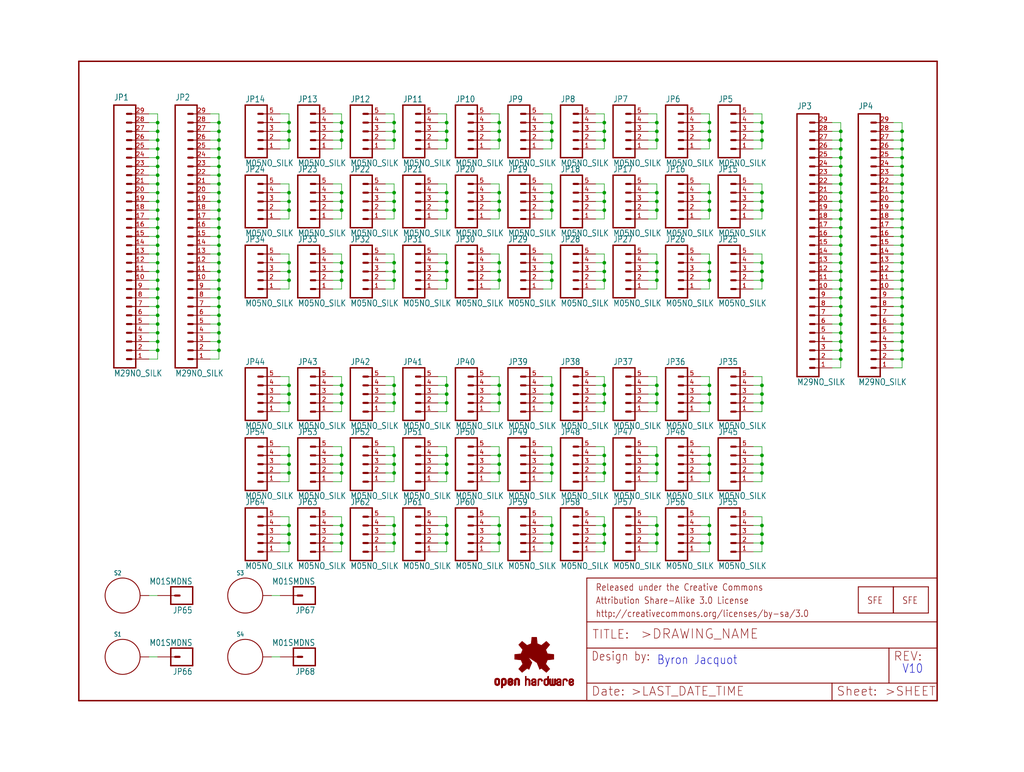
<source format=kicad_sch>
(kicad_sch (version 20211123) (generator eeschema)
  (paper "User" 297.002 223.926)
  (lib_symbols
    (symbol "eagleSchem-eagle-import:FRAME-LETTER"
      (symbol "FRAME-LETTER_2_0"
        (text ">DRAWING_NAME" (at 15.494 17.78 0) (effects (font (size 2.7432 2.7432)) (justify left bottom)))
        (text ">LAST_DATE_TIME" (at 12.7 1.27 0) (effects (font (size 2.54 2.54)) (justify left bottom)))
        (text ">SHEET" (at 86.36 1.27 0) (effects (font (size 2.54 2.54)) (justify left bottom)))
        (text "Attribution Share-Alike 3.0 License" (at 2.54 27.94 0) (effects (font (size 1.9304 1.6408)) (justify left bottom)))
        (text "Date:" (at 1.27 1.27 0) (effects (font (size 2.54 2.54)) (justify left bottom)))
        (text "Design by:" (at 1.27 11.43 0) (effects (font (size 2.54 2.159)) (justify left bottom)))
        (text "http://creativecommons.org/licenses/by-sa/3.0" (at 2.54 24.13 0) (effects (font (size 1.9304 1.6408)) (justify left bottom)))
        (text "Released under the Creative Commons" (at 2.54 31.75 0) (effects (font (size 1.9304 1.6408)) (justify left bottom)))
        (text "REV:" (at 88.9 11.43 0) (effects (font (size 2.54 2.54)) (justify left bottom)))
        (text "Sheet:" (at 72.39 1.27 0) (effects (font (size 2.54 2.54)) (justify left bottom)))
        (text "TITLE:" (at 1.524 17.78 0) (effects (font (size 2.54 2.54)) (justify left bottom)))
      )
    )
    (symbol "eagleSchem-eagle-import:LOGO-SFECP"
      (symbol "LOGO-SFECP_1_0"
        (text "SFE" (at 0 0 0) (effects (font (size 1.9304 1.6408)) (justify left bottom)))
      )
    )
    (symbol "eagleSchem-eagle-import:LOGO-SFENEW"
      (symbol "LOGO-SFENEW_1_0"
        (text "SFE" (at 0 0 0) (effects (font (size 1.9304 1.6408)) (justify left bottom)))
      )
    )
    (symbol "eagleSchem-eagle-import:M01SMDNS"
      (property "Reference" "JP" (at -2.54 3.302 0))
      (property "Value" "M01SMDNS" (at -2.54 -5.08 0))
      (symbol "M01SMDNS_1_0"
        (pin passive line (at 7.62 0 180) (length 5.08) (name "1") (number "1"))
      )
    )
    (symbol "eagleSchem-eagle-import:M05NO_SILK"
      (property "Reference" "JP" (at -2.54 8.382 0))
      (property "Value" "M05NO_SILK" (at -2.54 -10.16 0))
      (symbol "M05NO_SILK_1_0"
        (pin passive line (at 7.62 -5.08 180) (length 5.08) (name "1") (number "1"))
        (pin passive line (at 7.62 -2.54 180) (length 5.08) (name "2") (number "2"))
        (pin passive line (at 7.62 0 180) (length 5.08) (name "3") (number "3"))
        (pin passive line (at 7.62 2.54 180) (length 5.08) (name "4") (number "4"))
        (pin passive line (at 7.62 5.08 180) (length 5.08) (name "5") (number "5"))
      )
    )
    (symbol "eagleSchem-eagle-import:M29NO_SILK"
      (property "Reference" "JP" (at -2.54 39.37 0))
      (property "Value" "M29NO_SILK" (at -2.54 -40.64 0))
      (symbol "M29NO_SILK_1_0"
        (pin passive line (at 7.62 -35.56 180) (length 5.08) (name "1") (number "1"))
        (pin passive line (at 7.62 -12.7 180) (length 5.08) (name "10") (number "10"))
        (pin passive line (at 7.62 -10.16 180) (length 5.08) (name "11") (number "11"))
        (pin passive line (at 7.62 -7.62 180) (length 5.08) (name "12") (number "12"))
        (pin passive line (at 7.62 -5.08 180) (length 5.08) (name "13") (number "13"))
        (pin passive line (at 7.62 -2.54 180) (length 5.08) (name "14") (number "14"))
        (pin passive line (at 7.62 0 180) (length 5.08) (name "15") (number "15"))
        (pin passive line (at 7.62 2.54 180) (length 5.08) (name "16") (number "16"))
        (pin passive line (at 7.62 5.08 180) (length 5.08) (name "17") (number "17"))
        (pin passive line (at 7.62 7.62 180) (length 5.08) (name "18") (number "18"))
        (pin passive line (at 7.62 10.16 180) (length 5.08) (name "19") (number "19"))
        (pin passive line (at 7.62 -33.02 180) (length 5.08) (name "2") (number "2"))
        (pin passive line (at 7.62 12.7 180) (length 5.08) (name "20") (number "20"))
        (pin passive line (at 7.62 15.24 180) (length 5.08) (name "21") (number "21"))
        (pin passive line (at 7.62 17.78 180) (length 5.08) (name "22") (number "22"))
        (pin passive line (at 7.62 20.32 180) (length 5.08) (name "23") (number "23"))
        (pin passive line (at 7.62 22.86 180) (length 5.08) (name "24") (number "24"))
        (pin passive line (at 7.62 25.4 180) (length 5.08) (name "25") (number "25"))
        (pin passive line (at 7.62 27.94 180) (length 5.08) (name "26") (number "26"))
        (pin passive line (at 7.62 30.48 180) (length 5.08) (name "27") (number "27"))
        (pin passive line (at 7.62 33.02 180) (length 5.08) (name "28") (number "28"))
        (pin passive line (at 7.62 35.56 180) (length 5.08) (name "29") (number "29"))
        (pin passive line (at 7.62 -30.48 180) (length 5.08) (name "3") (number "3"))
        (pin passive line (at 7.62 -27.94 180) (length 5.08) (name "4") (number "4"))
        (pin passive line (at 7.62 -25.4 180) (length 5.08) (name "5") (number "5"))
        (pin passive line (at 7.62 -22.86 180) (length 5.08) (name "6") (number "6"))
        (pin passive line (at 7.62 -20.32 180) (length 5.08) (name "7") (number "7"))
        (pin passive line (at 7.62 -17.78 180) (length 5.08) (name "8") (number "8"))
        (pin passive line (at 7.62 -15.24 180) (length 5.08) (name "9") (number "9"))
      )
    )
    (symbol "eagleSchem-eagle-import:OSHW-LOGOS")
    (symbol "eagleSchem-eagle-import:STANDOFF_ELECTRICAL"
      (property "Reference" "S" (at -2.54 5.842 0))
      (symbol "STANDOFF_ELECTRICAL_1_0"
        (pin bidirectional line (at 7.62 0 180) (length 2.54) (name "P$1") (number "P1"))
      )
    )
  )
  (junction (at 175.26 137.16))
  (junction (at 45.72 86.36))
  (junction (at 261.62 38.1))
  (junction (at 243.84 66.04))
  (junction (at 45.72 45.72))
  (junction (at 129.54 114.3))
  (junction (at 114.3 111.76))
  (junction (at 45.72 91.44))
  (junction (at 190.5 38.1))
  (junction (at 205.74 78.74))
  (junction (at 243.84 78.74))
  (junction (at 129.54 154.94))
  (junction (at 243.84 101.6))
  (junction (at 220.98 132.08))
  (junction (at 83.82 137.16))
  (junction (at 63.5 88.9))
  (junction (at 243.84 99.06))
  (junction (at 83.82 116.84))
  (junction (at 175.26 114.3))
  (junction (at 160.02 137.16))
  (junction (at 261.62 55.88))
  (junction (at 205.74 137.16))
  (junction (at 129.54 157.48))
  (junction (at 243.84 73.66))
  (junction (at 45.72 66.04))
  (junction (at 190.5 137.16))
  (junction (at 261.62 76.2))
  (junction (at 205.74 154.94))
  (junction (at 83.82 132.08))
  (junction (at 261.62 60.96))
  (junction (at 45.72 81.28))
  (junction (at 175.26 132.08))
  (junction (at 99.06 116.84))
  (junction (at 144.78 40.64))
  (junction (at 99.06 114.3))
  (junction (at 114.3 76.2))
  (junction (at 144.78 81.28))
  (junction (at 83.82 157.48))
  (junction (at 205.74 81.28))
  (junction (at 190.5 111.76))
  (junction (at 114.3 154.94))
  (junction (at 129.54 40.64))
  (junction (at 83.82 111.76))
  (junction (at 175.26 157.48))
  (junction (at 63.5 48.26))
  (junction (at 99.06 111.76))
  (junction (at 99.06 78.74))
  (junction (at 205.74 134.62))
  (junction (at 63.5 50.8))
  (junction (at 83.82 60.96))
  (junction (at 243.84 43.18))
  (junction (at 190.5 157.48))
  (junction (at 160.02 114.3))
  (junction (at 220.98 55.88))
  (junction (at 243.84 71.12))
  (junction (at 160.02 40.64))
  (junction (at 261.62 71.12))
  (junction (at 129.54 111.76))
  (junction (at 175.26 76.2))
  (junction (at 114.3 157.48))
  (junction (at 63.5 99.06))
  (junction (at 45.72 50.8))
  (junction (at 144.78 157.48))
  (junction (at 45.72 40.64))
  (junction (at 114.3 114.3))
  (junction (at 99.06 38.1))
  (junction (at 63.5 66.04))
  (junction (at 190.5 55.88))
  (junction (at 261.62 48.26))
  (junction (at 190.5 81.28))
  (junction (at 261.62 78.74))
  (junction (at 205.74 152.4))
  (junction (at 63.5 86.36))
  (junction (at 190.5 40.64))
  (junction (at 83.82 154.94))
  (junction (at 129.54 132.08))
  (junction (at 99.06 58.42))
  (junction (at 243.84 96.52))
  (junction (at 205.74 76.2))
  (junction (at 220.98 157.48))
  (junction (at 114.3 78.74))
  (junction (at 220.98 134.62))
  (junction (at 160.02 116.84))
  (junction (at 261.62 99.06))
  (junction (at 63.5 68.58))
  (junction (at 144.78 152.4))
  (junction (at 205.74 114.3))
  (junction (at 129.54 134.62))
  (junction (at 99.06 152.4))
  (junction (at 220.98 111.76))
  (junction (at 63.5 53.34))
  (junction (at 243.84 63.5))
  (junction (at 220.98 154.94))
  (junction (at 220.98 81.28))
  (junction (at 160.02 38.1))
  (junction (at 160.02 60.96))
  (junction (at 63.5 60.96))
  (junction (at 175.26 152.4))
  (junction (at 160.02 76.2))
  (junction (at 261.62 50.8))
  (junction (at 243.84 93.98))
  (junction (at 114.3 116.84))
  (junction (at 243.84 55.88))
  (junction (at 63.5 101.6))
  (junction (at 205.74 157.48))
  (junction (at 45.72 38.1))
  (junction (at 45.72 96.52))
  (junction (at 99.06 154.94))
  (junction (at 45.72 88.9))
  (junction (at 261.62 101.6))
  (junction (at 261.62 66.04))
  (junction (at 144.78 154.94))
  (junction (at 45.72 60.96))
  (junction (at 114.3 81.28))
  (junction (at 261.62 43.18))
  (junction (at 114.3 40.64))
  (junction (at 83.82 78.74))
  (junction (at 220.98 137.16))
  (junction (at 144.78 111.76))
  (junction (at 83.82 55.88))
  (junction (at 45.72 35.56))
  (junction (at 261.62 58.42))
  (junction (at 175.26 38.1))
  (junction (at 160.02 55.88))
  (junction (at 144.78 35.56))
  (junction (at 45.72 83.82))
  (junction (at 63.5 35.56))
  (junction (at 220.98 58.42))
  (junction (at 83.82 35.56))
  (junction (at 205.74 58.42))
  (junction (at 45.72 43.18))
  (junction (at 160.02 81.28))
  (junction (at 99.06 76.2))
  (junction (at 144.78 38.1))
  (junction (at 160.02 78.74))
  (junction (at 63.5 93.98))
  (junction (at 144.78 114.3))
  (junction (at 243.84 68.58))
  (junction (at 261.62 81.28))
  (junction (at 175.26 55.88))
  (junction (at 243.84 76.2))
  (junction (at 83.82 114.3))
  (junction (at 63.5 38.1))
  (junction (at 83.82 152.4))
  (junction (at 261.62 91.44))
  (junction (at 45.72 63.5))
  (junction (at 261.62 83.82))
  (junction (at 63.5 81.28))
  (junction (at 220.98 116.84))
  (junction (at 144.78 137.16))
  (junction (at 190.5 114.3))
  (junction (at 190.5 76.2))
  (junction (at 205.74 40.64))
  (junction (at 243.84 48.26))
  (junction (at 190.5 132.08))
  (junction (at 114.3 38.1))
  (junction (at 99.06 35.56))
  (junction (at 129.54 152.4))
  (junction (at 261.62 88.9))
  (junction (at 83.82 76.2))
  (junction (at 175.26 58.42))
  (junction (at 220.98 152.4))
  (junction (at 63.5 55.88))
  (junction (at 45.72 55.88))
  (junction (at 175.26 40.64))
  (junction (at 160.02 132.08))
  (junction (at 175.26 35.56))
  (junction (at 205.74 111.76))
  (junction (at 144.78 116.84))
  (junction (at 83.82 38.1))
  (junction (at 45.72 68.58))
  (junction (at 160.02 154.94))
  (junction (at 190.5 154.94))
  (junction (at 160.02 111.76))
  (junction (at 243.84 104.14))
  (junction (at 129.54 137.16))
  (junction (at 190.5 60.96))
  (junction (at 99.06 134.62))
  (junction (at 190.5 58.42))
  (junction (at 83.82 40.64))
  (junction (at 243.84 45.72))
  (junction (at 220.98 60.96))
  (junction (at 205.74 60.96))
  (junction (at 205.74 38.1))
  (junction (at 114.3 134.62))
  (junction (at 63.5 78.74))
  (junction (at 144.78 134.62))
  (junction (at 261.62 104.14))
  (junction (at 114.3 152.4))
  (junction (at 205.74 116.84))
  (junction (at 220.98 114.3))
  (junction (at 45.72 73.66))
  (junction (at 243.84 86.36))
  (junction (at 261.62 93.98))
  (junction (at 114.3 132.08))
  (junction (at 243.84 58.42))
  (junction (at 99.06 55.88))
  (junction (at 243.84 60.96))
  (junction (at 63.5 43.18))
  (junction (at 261.62 96.52))
  (junction (at 99.06 157.48))
  (junction (at 63.5 73.66))
  (junction (at 243.84 40.64))
  (junction (at 175.26 111.76))
  (junction (at 175.26 116.84))
  (junction (at 99.06 81.28))
  (junction (at 205.74 35.56))
  (junction (at 83.82 81.28))
  (junction (at 243.84 50.8))
  (junction (at 243.84 83.82))
  (junction (at 261.62 53.34))
  (junction (at 190.5 152.4))
  (junction (at 114.3 55.88))
  (junction (at 83.82 58.42))
  (junction (at 220.98 76.2))
  (junction (at 63.5 45.72))
  (junction (at 129.54 76.2))
  (junction (at 190.5 35.56))
  (junction (at 45.72 71.12))
  (junction (at 99.06 137.16))
  (junction (at 243.84 91.44))
  (junction (at 190.5 134.62))
  (junction (at 99.06 60.96))
  (junction (at 190.5 116.84))
  (junction (at 129.54 81.28))
  (junction (at 63.5 63.5))
  (junction (at 45.72 93.98))
  (junction (at 45.72 99.06))
  (junction (at 144.78 55.88))
  (junction (at 160.02 58.42))
  (junction (at 160.02 35.56))
  (junction (at 45.72 58.42))
  (junction (at 261.62 73.66))
  (junction (at 220.98 35.56))
  (junction (at 63.5 71.12))
  (junction (at 99.06 132.08))
  (junction (at 129.54 58.42))
  (junction (at 175.26 134.62))
  (junction (at 63.5 91.44))
  (junction (at 114.3 137.16))
  (junction (at 63.5 76.2))
  (junction (at 144.78 132.08))
  (junction (at 205.74 132.08))
  (junction (at 114.3 60.96))
  (junction (at 45.72 48.26))
  (junction (at 63.5 83.82))
  (junction (at 175.26 60.96))
  (junction (at 63.5 40.64))
  (junction (at 175.26 81.28))
  (junction (at 45.72 76.2))
  (junction (at 261.62 63.5))
  (junction (at 261.62 68.58))
  (junction (at 63.5 96.52))
  (junction (at 243.84 81.28))
  (junction (at 129.54 35.56))
  (junction (at 144.78 78.74))
  (junction (at 220.98 38.1))
  (junction (at 160.02 152.4))
  (junction (at 243.84 88.9))
  (junction (at 243.84 38.1))
  (junction (at 261.62 45.72))
  (junction (at 45.72 78.74))
  (junction (at 99.06 40.64))
  (junction (at 129.54 55.88))
  (junction (at 45.72 53.34))
  (junction (at 45.72 101.6))
  (junction (at 63.5 58.42))
  (junction (at 114.3 35.56))
  (junction (at 261.62 86.36))
  (junction (at 129.54 60.96))
  (junction (at 129.54 38.1))
  (junction (at 144.78 76.2))
  (junction (at 144.78 60.96))
  (junction (at 129.54 78.74))
  (junction (at 83.82 134.62))
  (junction (at 175.26 154.94))
  (junction (at 160.02 134.62))
  (junction (at 220.98 78.74))
  (junction (at 114.3 58.42))
  (junction (at 144.78 58.42))
  (junction (at 220.98 40.64))
  (junction (at 190.5 78.74))
  (junction (at 261.62 40.64))
  (junction (at 175.26 78.74))
  (junction (at 160.02 157.48))
  (junction (at 205.74 55.88))
  (junction (at 243.84 53.34))
  (junction (at 129.54 116.84))
  (wire (pts (xy 243.84 93.98) (xy 243.84 96.52)))
  (wire (pts (xy 243.84 96.52) (xy 243.84 99.06)))
  (wire (pts (xy 203.2 149.86) (xy 205.74 149.86)))
  (wire (pts (xy 60.96 73.66) (xy 63.5 73.66)))
  (wire (pts (xy 45.72 86.36) (xy 45.72 88.9)))
  (wire (pts (xy 142.24 152.4) (xy 144.78 152.4)))
  (wire (pts (xy 114.3 139.7) (xy 111.76 139.7)))
  (wire (pts (xy 83.82 63.5) (xy 81.28 63.5)))
  (wire (pts (xy 129.54 152.4) (xy 129.54 154.94)))
  (wire (pts (xy 218.44 134.62) (xy 220.98 134.62)))
  (wire (pts (xy 114.3 53.34) (xy 114.3 55.88)))
  (wire (pts (xy 114.3 152.4) (xy 114.3 154.94)))
  (wire (pts (xy 243.84 48.26) (xy 243.84 50.8)))
  (wire (pts (xy 99.06 63.5) (xy 96.52 63.5)))
  (wire (pts (xy 81.28 73.66) (xy 83.82 73.66)))
  (wire (pts (xy 175.26 154.94) (xy 175.26 157.48)))
  (wire (pts (xy 127 53.34) (xy 129.54 53.34)))
  (wire (pts (xy 157.48 33.02) (xy 160.02 33.02)))
  (wire (pts (xy 63.5 66.04) (xy 63.5 63.5)))
  (wire (pts (xy 78.74 172.72) (xy 81.28 172.72)))
  (wire (pts (xy 142.24 116.84) (xy 144.78 116.84)))
  (wire (pts (xy 160.02 119.38) (xy 157.48 119.38)))
  (wire (pts (xy 144.78 55.88) (xy 144.78 58.42)))
  (wire (pts (xy 114.3 38.1) (xy 114.3 40.64)))
  (wire (pts (xy 259.08 55.88) (xy 261.62 55.88)))
  (wire (pts (xy 43.18 66.04) (xy 45.72 66.04)))
  (wire (pts (xy 205.74 53.34) (xy 205.74 55.88)))
  (wire (pts (xy 205.74 63.5) (xy 203.2 63.5)))
  (wire (pts (xy 190.5 38.1) (xy 190.5 40.64)))
  (wire (pts (xy 43.18 43.18) (xy 45.72 43.18)))
  (wire (pts (xy 63.5 40.64) (xy 63.5 38.1)))
  (wire (pts (xy 175.26 132.08) (xy 175.26 134.62)))
  (wire (pts (xy 218.44 137.16) (xy 220.98 137.16)))
  (wire (pts (xy 190.5 157.48) (xy 190.5 160.02)))
  (wire (pts (xy 129.54 109.22) (xy 129.54 111.76)))
  (wire (pts (xy 261.62 101.6) (xy 261.62 99.06)))
  (wire (pts (xy 43.18 38.1) (xy 45.72 38.1)))
  (wire (pts (xy 220.98 119.38) (xy 218.44 119.38)))
  (wire (pts (xy 261.62 73.66) (xy 261.62 71.12)))
  (wire (pts (xy 243.84 43.18) (xy 241.3 43.18)))
  (wire (pts (xy 63.5 48.26) (xy 63.5 45.72)))
  (wire (pts (xy 127 38.1) (xy 129.54 38.1)))
  (wire (pts (xy 129.54 129.54) (xy 129.54 132.08)))
  (wire (pts (xy 203.2 78.74) (xy 205.74 78.74)))
  (wire (pts (xy 83.82 38.1) (xy 83.82 40.64)))
  (wire (pts (xy 99.06 40.64) (xy 99.06 43.18)))
  (wire (pts (xy 142.24 55.88) (xy 144.78 55.88)))
  (wire (pts (xy 144.78 53.34) (xy 144.78 55.88)))
  (wire (pts (xy 203.2 33.02) (xy 205.74 33.02)))
  (wire (pts (xy 45.72 38.1) (xy 45.72 40.64)))
  (wire (pts (xy 205.74 81.28) (xy 205.74 83.82)))
  (wire (pts (xy 114.3 132.08) (xy 114.3 134.62)))
  (wire (pts (xy 241.3 106.68) (xy 243.84 106.68)))
  (wire (pts (xy 203.2 53.34) (xy 205.74 53.34)))
  (wire (pts (xy 243.84 43.18) (xy 243.84 45.72)))
  (wire (pts (xy 190.5 40.64) (xy 190.5 43.18)))
  (wire (pts (xy 60.96 55.88) (xy 63.5 55.88)))
  (wire (pts (xy 261.62 50.8) (xy 261.62 48.26)))
  (wire (pts (xy 63.5 60.96) (xy 63.5 58.42)))
  (wire (pts (xy 175.26 60.96) (xy 175.26 63.5)))
  (wire (pts (xy 114.3 160.02) (xy 111.76 160.02)))
  (wire (pts (xy 190.5 76.2) (xy 190.5 78.74)))
  (wire (pts (xy 81.28 76.2) (xy 83.82 76.2)))
  (wire (pts (xy 241.3 50.8) (xy 243.84 50.8)))
  (wire (pts (xy 99.06 81.28) (xy 99.06 83.82)))
  (wire (pts (xy 83.82 137.16) (xy 83.82 139.7)))
  (wire (pts (xy 187.96 76.2) (xy 190.5 76.2)))
  (wire (pts (xy 261.62 53.34) (xy 261.62 50.8)))
  (wire (pts (xy 259.08 96.52) (xy 261.62 96.52)))
  (wire (pts (xy 220.98 38.1) (xy 220.98 40.64)))
  (wire (pts (xy 83.82 60.96) (xy 83.82 63.5)))
  (wire (pts (xy 144.78 33.02) (xy 144.78 35.56)))
  (wire (pts (xy 190.5 60.96) (xy 190.5 63.5)))
  (wire (pts (xy 205.74 55.88) (xy 205.74 58.42)))
  (wire (pts (xy 205.74 152.4) (xy 205.74 154.94)))
  (wire (pts (xy 144.78 78.74) (xy 144.78 81.28)))
  (wire (pts (xy 129.54 60.96) (xy 129.54 63.5)))
  (wire (pts (xy 172.72 157.48) (xy 175.26 157.48)))
  (wire (pts (xy 220.98 33.02) (xy 220.98 35.56)))
  (wire (pts (xy 63.5 93.98) (xy 63.5 91.44)))
  (wire (pts (xy 129.54 132.08) (xy 129.54 134.62)))
  (wire (pts (xy 243.84 99.06) (xy 243.84 101.6)))
  (wire (pts (xy 142.24 149.86) (xy 144.78 149.86)))
  (wire (pts (xy 175.26 35.56) (xy 175.26 38.1)))
  (wire (pts (xy 127 157.48) (xy 129.54 157.48)))
  (wire (pts (xy 241.3 73.66) (xy 243.84 73.66)))
  (wire (pts (xy 259.08 86.36) (xy 261.62 86.36)))
  (wire (pts (xy 241.3 104.14) (xy 243.84 104.14)))
  (wire (pts (xy 63.5 45.72) (xy 63.5 43.18)))
  (wire (pts (xy 187.96 33.02) (xy 190.5 33.02)))
  (wire (pts (xy 83.82 119.38) (xy 81.28 119.38)))
  (wire (pts (xy 111.76 35.56) (xy 114.3 35.56)))
  (wire (pts (xy 205.74 154.94) (xy 205.74 157.48)))
  (wire (pts (xy 99.06 139.7) (xy 96.52 139.7)))
  (wire (pts (xy 241.3 58.42) (xy 243.84 58.42)))
  (wire (pts (xy 172.72 149.86) (xy 175.26 149.86)))
  (wire (pts (xy 45.72 40.64) (xy 43.18 40.64)))
  (wire (pts (xy 60.96 78.74) (xy 63.5 78.74)))
  (wire (pts (xy 96.52 33.02) (xy 99.06 33.02)))
  (wire (pts (xy 157.48 53.34) (xy 160.02 53.34)))
  (wire (pts (xy 175.26 139.7) (xy 172.72 139.7)))
  (wire (pts (xy 114.3 73.66) (xy 114.3 76.2)))
  (wire (pts (xy 144.78 152.4) (xy 144.78 154.94)))
  (wire (pts (xy 129.54 53.34) (xy 129.54 55.88)))
  (wire (pts (xy 243.84 50.8) (xy 243.84 53.34)))
  (wire (pts (xy 259.08 45.72) (xy 261.62 45.72)))
  (wire (pts (xy 96.52 40.64) (xy 99.06 40.64)))
  (wire (pts (xy 203.2 35.56) (xy 205.74 35.56)))
  (wire (pts (xy 203.2 60.96) (xy 205.74 60.96)))
  (wire (pts (xy 129.54 137.16) (xy 129.54 139.7)))
  (wire (pts (xy 111.76 40.64) (xy 114.3 40.64)))
  (wire (pts (xy 45.72 40.64) (xy 45.72 43.18)))
  (wire (pts (xy 83.82 55.88) (xy 83.82 58.42)))
  (wire (pts (xy 83.82 157.48) (xy 83.82 160.02)))
  (wire (pts (xy 259.08 53.34) (xy 261.62 53.34)))
  (wire (pts (xy 63.5 66.04) (xy 60.96 66.04)))
  (wire (pts (xy 60.96 63.5) (xy 63.5 63.5)))
  (wire (pts (xy 127 60.96) (xy 129.54 60.96)))
  (wire (pts (xy 261.62 43.18) (xy 261.62 40.64)))
  (wire (pts (xy 243.84 60.96) (xy 243.84 63.5)))
  (wire (pts (xy 81.28 152.4) (xy 83.82 152.4)))
  (wire (pts (xy 172.72 116.84) (xy 175.26 116.84)))
  (wire (pts (xy 218.44 38.1) (xy 220.98 38.1)))
  (wire (pts (xy 129.54 149.86) (xy 129.54 152.4)))
  (wire (pts (xy 218.44 154.94) (xy 220.98 154.94)))
  (wire (pts (xy 259.08 101.6) (xy 261.62 101.6)))
  (wire (pts (xy 142.24 132.08) (xy 144.78 132.08)))
  (wire (pts (xy 261.62 76.2) (xy 261.62 73.66)))
  (wire (pts (xy 241.3 101.6) (xy 243.84 101.6)))
  (wire (pts (xy 175.26 43.18) (xy 172.72 43.18)))
  (wire (pts (xy 63.5 101.6) (xy 63.5 99.06)))
  (wire (pts (xy 259.08 63.5) (xy 261.62 63.5)))
  (wire (pts (xy 205.74 111.76) (xy 205.74 114.3)))
  (wire (pts (xy 172.72 78.74) (xy 175.26 78.74)))
  (wire (pts (xy 157.48 157.48) (xy 160.02 157.48)))
  (wire (pts (xy 142.24 35.56) (xy 144.78 35.56)))
  (wire (pts (xy 259.08 76.2) (xy 261.62 76.2)))
  (wire (pts (xy 259.08 43.18) (xy 261.62 43.18)))
  (wire (pts (xy 78.74 190.5) (xy 81.28 190.5)))
  (wire (pts (xy 160.02 160.02) (xy 157.48 160.02)))
  (wire (pts (xy 144.78 111.76) (xy 144.78 114.3)))
  (wire (pts (xy 99.06 43.18) (xy 96.52 43.18)))
  (wire (pts (xy 111.76 114.3) (xy 114.3 114.3)))
  (wire (pts (xy 187.96 137.16) (xy 190.5 137.16)))
  (wire (pts (xy 220.98 137.16) (xy 220.98 139.7)))
  (wire (pts (xy 63.5 58.42) (xy 63.5 55.88)))
  (wire (pts (xy 43.18 76.2) (xy 45.72 76.2)))
  (wire (pts (xy 157.48 55.88) (xy 160.02 55.88)))
  (wire (pts (xy 261.62 99.06) (xy 261.62 96.52)))
  (wire (pts (xy 243.84 91.44) (xy 243.84 93.98)))
  (wire (pts (xy 205.74 137.16) (xy 205.74 139.7)))
  (wire (pts (xy 205.74 129.54) (xy 205.74 132.08)))
  (wire (pts (xy 190.5 63.5) (xy 187.96 63.5)))
  (wire (pts (xy 241.3 99.06) (xy 243.84 99.06)))
  (wire (pts (xy 60.96 83.82) (xy 63.5 83.82)))
  (wire (pts (xy 114.3 60.96) (xy 114.3 63.5)))
  (wire (pts (xy 60.96 96.52) (xy 63.5 96.52)))
  (wire (pts (xy 241.3 45.72) (xy 243.84 45.72)))
  (wire (pts (xy 43.18 63.5) (xy 45.72 63.5)))
  (wire (pts (xy 96.52 154.94) (xy 99.06 154.94)))
  (wire (pts (xy 218.44 129.54) (xy 220.98 129.54)))
  (wire (pts (xy 114.3 83.82) (xy 111.76 83.82)))
  (wire (pts (xy 243.84 71.12) (xy 243.84 73.66)))
  (wire (pts (xy 243.84 88.9) (xy 243.84 91.44)))
  (wire (pts (xy 83.82 114.3) (xy 83.82 116.84)))
  (wire (pts (xy 157.48 129.54) (xy 160.02 129.54)))
  (wire (pts (xy 83.82 76.2) (xy 83.82 78.74)))
  (wire (pts (xy 129.54 58.42) (xy 129.54 60.96)))
  (wire (pts (xy 220.98 83.82) (xy 218.44 83.82)))
  (wire (pts (xy 60.96 68.58) (xy 63.5 68.58)))
  (wire (pts (xy 43.18 190.5) (xy 45.72 190.5)))
  (wire (pts (xy 142.24 109.22) (xy 144.78 109.22)))
  (wire (pts (xy 220.98 43.18) (xy 218.44 43.18)))
  (wire (pts (xy 205.74 43.18) (xy 203.2 43.18)))
  (wire (pts (xy 160.02 33.02) (xy 160.02 35.56)))
  (wire (pts (xy 160.02 35.56) (xy 160.02 38.1)))
  (wire (pts (xy 205.74 83.82) (xy 203.2 83.82)))
  (wire (pts (xy 175.26 78.74) (xy 175.26 81.28)))
  (wire (pts (xy 220.98 81.28) (xy 220.98 83.82)))
  (wire (pts (xy 63.5 35.56) (xy 63.5 33.02)))
  (wire (pts (xy 129.54 43.18) (xy 127 43.18)))
  (wire (pts (xy 220.98 55.88) (xy 220.98 58.42)))
  (wire (pts (xy 144.78 76.2) (xy 144.78 78.74)))
  (wire (pts (xy 172.72 81.28) (xy 175.26 81.28)))
  (wire (pts (xy 243.84 55.88) (xy 243.84 58.42)))
  (wire (pts (xy 60.96 33.02) (xy 63.5 33.02)))
  (wire (pts (xy 114.3 119.38) (xy 111.76 119.38)))
  (wire (pts (xy 172.72 33.02) (xy 175.26 33.02)))
  (wire (pts (xy 63.5 104.14) (xy 63.5 101.6)))
  (wire (pts (xy 220.98 132.08) (xy 220.98 134.62)))
  (wire (pts (xy 127 40.64) (xy 129.54 40.64)))
  (wire (pts (xy 187.96 154.94) (xy 190.5 154.94)))
  (wire (pts (xy 127 134.62) (xy 129.54 134.62)))
  (wire (pts (xy 205.74 116.84) (xy 205.74 119.38)))
  (wire (pts (xy 261.62 96.52) (xy 261.62 93.98)))
  (wire (pts (xy 241.3 40.64) (xy 243.84 40.64)))
  (wire (pts (xy 63.5 38.1) (xy 63.5 35.56)))
  (wire (pts (xy 45.72 35.56) (xy 45.72 38.1)))
  (wire (pts (xy 114.3 43.18) (xy 111.76 43.18)))
  (wire (pts (xy 175.26 81.28) (xy 175.26 83.82)))
  (wire (pts (xy 259.08 35.56) (xy 261.62 35.56)))
  (wire (pts (xy 127 116.84) (xy 129.54 116.84)))
  (wire (pts (xy 203.2 40.64) (xy 205.74 40.64)))
  (wire (pts (xy 175.26 58.42) (xy 175.26 60.96)))
  (wire (pts (xy 259.08 71.12) (xy 261.62 71.12)))
  (wire (pts (xy 43.18 172.72) (xy 45.72 172.72)))
  (wire (pts (xy 60.96 53.34) (xy 63.5 53.34)))
  (wire (pts (xy 175.26 160.02) (xy 172.72 160.02)))
  (wire (pts (xy 45.72 71.12) (xy 45.72 73.66)))
  (wire (pts (xy 81.28 109.22) (xy 83.82 109.22)))
  (wire (pts (xy 172.72 132.08) (xy 175.26 132.08)))
  (wire (pts (xy 172.72 76.2) (xy 175.26 76.2)))
  (wire (pts (xy 261.62 68.58) (xy 261.62 66.04)))
  (wire (pts (xy 81.28 134.62) (xy 83.82 134.62)))
  (wire (pts (xy 81.28 114.3) (xy 83.82 114.3)))
  (wire (pts (xy 111.76 149.86) (xy 114.3 149.86)))
  (wire (pts (xy 45.72 68.58) (xy 45.72 71.12)))
  (wire (pts (xy 190.5 116.84) (xy 190.5 119.38)))
  (wire (pts (xy 205.74 114.3) (xy 205.74 116.84)))
  (wire (pts (xy 241.3 78.74) (xy 243.84 78.74)))
  (wire (pts (xy 127 78.74) (xy 129.54 78.74)))
  (wire (pts (xy 127 35.56) (xy 129.54 35.56)))
  (wire (pts (xy 172.72 109.22) (xy 175.26 109.22)))
  (wire (pts (xy 203.2 76.2) (xy 205.74 76.2)))
  (wire (pts (xy 142.24 73.66) (xy 144.78 73.66)))
  (wire (pts (xy 127 81.28) (xy 129.54 81.28)))
  (wire (pts (xy 187.96 81.28) (xy 190.5 81.28)))
  (wire (pts (xy 43.18 60.96) (xy 45.72 60.96)))
  (wire (pts (xy 63.5 55.88) (xy 63.5 53.34)))
  (wire (pts (xy 160.02 38.1) (xy 160.02 40.64)))
  (wire (pts (xy 261.62 68.58) (xy 259.08 68.58)))
  (wire (pts (xy 205.74 58.42) (xy 205.74 60.96)))
  (wire (pts (xy 43.18 93.98) (xy 45.72 93.98)))
  (wire (pts (xy 190.5 78.74) (xy 190.5 81.28)))
  (wire (pts (xy 243.84 83.82) (xy 243.84 86.36)))
  (wire (pts (xy 144.78 119.38) (xy 142.24 119.38)))
  (wire (pts (xy 190.5 58.42) (xy 190.5 60.96)))
  (wire (pts (xy 205.74 160.02) (xy 203.2 160.02)))
  (wire (pts (xy 175.26 134.62) (xy 175.26 137.16)))
  (wire (pts (xy 160.02 134.62) (xy 160.02 137.16)))
  (wire (pts (xy 241.3 76.2) (xy 243.84 76.2)))
  (wire (pts (xy 157.48 38.1) (xy 160.02 38.1)))
  (wire (pts (xy 142.24 114.3) (xy 144.78 114.3)))
  (wire (pts (xy 157.48 152.4) (xy 160.02 152.4)))
  (wire (pts (xy 187.96 157.48) (xy 190.5 157.48)))
  (wire (pts (xy 81.28 129.54) (xy 83.82 129.54)))
  (wire (pts (xy 160.02 81.28) (xy 160.02 83.82)))
  (wire (pts (xy 63.5 96.52) (xy 63.5 93.98)))
  (wire (pts (xy 114.3 154.94) (xy 114.3 157.48)))
  (wire (pts (xy 157.48 78.74) (xy 160.02 78.74)))
  (wire (pts (xy 160.02 63.5) (xy 157.48 63.5)))
  (wire (pts (xy 111.76 33.02) (xy 114.3 33.02)))
  (wire (pts (xy 172.72 129.54) (xy 175.26 129.54)))
  (wire (pts (xy 218.44 149.86) (xy 220.98 149.86)))
  (wire (pts (xy 144.78 40.64) (xy 144.78 43.18)))
  (wire (pts (xy 190.5 35.56) (xy 190.5 38.1)))
  (wire (pts (xy 261.62 60.96) (xy 261.62 58.42)))
  (wire (pts (xy 172.72 134.62) (xy 175.26 134.62)))
  (wire (pts (xy 243.84 48.26) (xy 241.3 48.26)))
  (wire (pts (xy 203.2 129.54) (xy 205.74 129.54)))
  (wire (pts (xy 259.08 40.64) (xy 261.62 40.64)))
  (wire (pts (xy 203.2 116.84) (xy 205.74 116.84)))
  (wire (pts (xy 127 58.42) (xy 129.54 58.42)))
  (wire (pts (xy 83.82 40.64) (xy 83.82 43.18)))
  (wire (pts (xy 220.98 154.94) (xy 220.98 157.48)))
  (wire (pts (xy 203.2 55.88) (xy 205.74 55.88)))
  (wire (pts (xy 111.76 73.66) (xy 114.3 73.66)))
  (wire (pts (xy 175.26 55.88) (xy 175.26 58.42)))
  (wire (pts (xy 99.06 137.16) (xy 99.06 139.7)))
  (wire (pts (xy 218.44 58.42) (xy 220.98 58.42)))
  (wire (pts (xy 261.62 58.42) (xy 261.62 55.88)))
  (wire (pts (xy 157.48 40.64) (xy 160.02 40.64)))
  (wire (pts (xy 129.54 154.94) (xy 129.54 157.48)))
  (wire (pts (xy 241.3 55.88) (xy 243.84 55.88)))
  (wire (pts (xy 220.98 116.84) (xy 220.98 119.38)))
  (wire (pts (xy 83.82 43.18) (xy 81.28 43.18)))
  (wire (pts (xy 111.76 116.84) (xy 114.3 116.84)))
  (wire (pts (xy 43.18 50.8) (xy 45.72 50.8)))
  (wire (pts (xy 261.62 66.04) (xy 261.62 63.5)))
  (wire (pts (xy 81.28 81.28) (xy 83.82 81.28)))
  (wire (pts (xy 111.76 109.22) (xy 114.3 109.22)))
  (wire (pts (xy 83.82 81.28) (xy 83.82 83.82)))
  (wire (pts (xy 127 149.86) (xy 129.54 149.86)))
  (wire (pts (xy 203.2 137.16) (xy 205.74 137.16)))
  (wire (pts (xy 157.48 109.22) (xy 160.02 109.22)))
  (wire (pts (xy 43.18 68.58) (xy 45.72 68.58)))
  (wire (pts (xy 63.5 91.44) (xy 63.5 88.9)))
  (wire (pts (xy 172.72 60.96) (xy 175.26 60.96)))
  (wire (pts (xy 261.62 48.26) (xy 261.62 45.72)))
  (wire (pts (xy 129.54 119.38) (xy 127 119.38)))
  (wire (pts (xy 142.24 38.1) (xy 144.78 38.1)))
  (wire (pts (xy 63.5 63.5) (xy 63.5 60.96)))
  (wire (pts (xy 81.28 33.02) (xy 83.82 33.02)))
  (wire (pts (xy 160.02 116.84) (xy 160.02 119.38)))
  (wire (pts (xy 175.26 149.86) (xy 175.26 152.4)))
  (wire (pts (xy 205.74 76.2) (xy 205.74 78.74)))
  (wire (pts (xy 261.62 88.9) (xy 261.62 86.36)))
  (wire (pts (xy 96.52 134.62) (xy 99.06 134.62)))
  (wire (pts (xy 205.74 109.22) (xy 205.74 111.76)))
  (wire (pts (xy 45.72 60.96) (xy 45.72 63.5)))
  (wire (pts (xy 220.98 35.56) (xy 220.98 38.1)))
  (wire (pts (xy 81.28 149.86) (xy 83.82 149.86)))
  (wire (pts (xy 160.02 58.42) (xy 160.02 60.96)))
  (wire (pts (xy 114.3 78.74) (xy 114.3 81.28)))
  (wire (pts (xy 157.48 60.96) (xy 160.02 60.96)))
  (wire (pts (xy 243.84 40.64) (xy 243.84 43.18)))
  (wire (pts (xy 63.5 53.34) (xy 63.5 50.8)))
  (wire (pts (xy 43.18 73.66) (xy 45.72 73.66)))
  (wire (pts (xy 187.96 40.64) (xy 190.5 40.64)))
  (wire (pts (xy 172.72 53.34) (xy 175.26 53.34)))
  (wire (pts (xy 60.96 91.44) (xy 63.5 91.44)))
  (wire (pts (xy 83.82 154.94) (xy 83.82 157.48)))
  (wire (pts (xy 114.3 76.2) (xy 114.3 78.74)))
  (wire (pts (xy 129.54 157.48) (xy 129.54 160.02)))
  (wire (pts (xy 142.24 134.62) (xy 144.78 134.62)))
  (wire (pts (xy 142.24 157.48) (xy 144.78 157.48)))
  (wire (pts (xy 60.96 88.9) (xy 63.5 88.9)))
  (wire (pts (xy 190.5 83.82) (xy 187.96 83.82)))
  (wire (pts (xy 144.78 83.82) (xy 142.24 83.82)))
  (wire (pts (xy 111.76 81.28) (xy 114.3 81.28)))
  (wire (pts (xy 175.26 129.54) (xy 175.26 132.08)))
  (wire (pts (xy 127 55.88) (xy 129.54 55.88)))
  (wire (pts (xy 144.78 154.94) (xy 144.78 157.48)))
  (wire (pts (xy 114.3 63.5) (xy 111.76 63.5)))
  (wire (pts (xy 60.96 86.36) (xy 63.5 86.36)))
  (wire (pts (xy 243.84 104.14) (xy 243.84 106.68)))
  (wire (pts (xy 43.18 86.36) (xy 45.72 86.36)))
  (wire (pts (xy 205.74 119.38) (xy 203.2 119.38)))
  (wire (pts (xy 127 76.2) (xy 129.54 76.2)))
  (wire (pts (xy 205.74 40.64) (xy 205.74 43.18)))
  (wire (pts (xy 45.72 91.44) (xy 45.72 93.98)))
  (wire (pts (xy 241.3 38.1) (xy 243.84 38.1)))
  (wire (pts (xy 83.82 152.4) (xy 83.82 154.94)))
  (wire (pts (xy 259.08 58.42) (xy 261.62 58.42)))
  (wire (pts (xy 43.18 78.74) (xy 45.72 78.74)))
  (wire (pts (xy 205.74 60.96) (xy 205.74 63.5)))
  (wire (pts (xy 83.82 134.62) (xy 83.82 137.16)))
  (wire (pts (xy 96.52 132.08) (xy 99.06 132.08)))
  (wire (pts (xy 218.44 116.84) (xy 220.98 116.84)))
  (wire (pts (xy 218.44 132.08) (xy 220.98 132.08)))
  (wire (pts (xy 43.18 91.44) (xy 45.72 91.44)))
  (wire (pts (xy 157.48 154.94) (xy 160.02 154.94)))
  (wire (pts (xy 243.84 53.34) (xy 243.84 55.88)))
  (wire (pts (xy 81.28 154.94) (xy 83.82 154.94)))
  (wire (pts (xy 157.48 76.2) (xy 160.02 76.2)))
  (wire (pts (xy 99.06 152.4) (xy 99.06 154.94)))
  (wire (pts (xy 81.28 40.64) (xy 83.82 40.64)))
  (wire (pts (xy 111.76 111.76) (xy 114.3 111.76)))
  (wire (pts (xy 160.02 109.22) (xy 160.02 111.76)))
  (wire (pts (xy 172.72 35.56) (xy 175.26 35.56)))
  (wire (pts (xy 157.48 116.84) (xy 160.02 116.84)))
  (wire (pts (xy 259.08 104.14) (xy 261.62 104.14)))
  (wire (pts (xy 43.18 99.06) (xy 45.72 99.06)))
  (wire (pts (xy 63.5 71.12) (xy 63.5 68.58)))
  (wire (pts (xy 129.54 76.2) (xy 129.54 78.74)))
  (wire (pts (xy 127 111.76) (xy 129.54 111.76)))
  (wire (pts (xy 96.52 73.66) (xy 99.06 73.66)))
  (wire (pts (xy 81.28 116.84) (xy 83.82 116.84)))
  (wire (pts (xy 187.96 55.88) (xy 190.5 55.88)))
  (wire (pts (xy 99.06 160.02) (xy 96.52 160.02)))
  (wire (pts (xy 83.82 111.76) (xy 83.82 114.3)))
  (wire (pts (xy 243.84 38.1) (xy 243.84 40.64)))
  (wire (pts (xy 220.98 134.62) (xy 220.98 137.16)))
  (wire (pts (xy 96.52 35.56) (xy 99.06 35.56)))
  (wire (pts (xy 187.96 111.76) (xy 190.5 111.76)))
  (wire (pts (xy 175.26 114.3) (xy 175.26 116.84)))
  (wire (pts (xy 261.62 81.28) (xy 261.62 78.74)))
  (wire (pts (xy 203.2 109.22) (xy 205.74 109.22)))
  (wire (pts (xy 218.44 114.3) (xy 220.98 114.3)))
  (wire (pts (xy 144.78 63.5) (xy 142.24 63.5)))
  (wire (pts (xy 190.5 137.16) (xy 190.5 139.7)))
  (wire (pts (xy 81.28 55.88) (xy 83.82 55.88)))
  (wire (pts (xy 157.48 137.16) (xy 160.02 137.16)))
  (wire (pts (xy 172.72 38.1) (xy 175.26 38.1)))
  (wire (pts (xy 45.72 48.26) (xy 45.72 50.8)))
  (wire (pts (xy 83.82 58.42) (xy 83.82 60.96)))
  (wire (pts (xy 261.62 71.12) (xy 261.62 68.58)))
  (wire (pts (xy 172.72 40.64) (xy 175.26 40.64)))
  (wire (pts (xy 220.98 73.66) (xy 220.98 76.2)))
  (wire (pts (xy 172.72 114.3) (xy 175.26 114.3)))
  (wire (pts (xy 205.74 139.7) (xy 203.2 139.7)))
  (wire (pts (xy 218.44 35.56) (xy 220.98 35.56)))
  (wire (pts (xy 114.3 40.64) (xy 114.3 43.18)))
  (wire (pts (xy 60.96 48.26) (xy 63.5 48.26)))
  (wire (pts (xy 114.3 157.48) (xy 114.3 160.02)))
  (wire (pts (xy 190.5 119.38) (xy 187.96 119.38)))
  (wire (pts (xy 160.02 132.08) (xy 160.02 134.62)))
  (wire (pts (xy 111.76 60.96) (xy 114.3 60.96)))
  (wire (pts (xy 175.26 40.64) (xy 175.26 43.18)))
  (wire (pts (xy 175.26 111.76) (xy 175.26 114.3)))
  (wire (pts (xy 129.54 35.56) (xy 129.54 38.1)))
  (wire (pts (xy 142.24 58.42) (xy 144.78 58.42)))
  (wire (pts (xy 187.96 134.62) (xy 190.5 134.62)))
  (wire (pts (xy 157.48 58.42) (xy 160.02 58.42)))
  (wire (pts (xy 220.98 152.4) (xy 220.98 154.94)))
  (wire (pts (xy 218.44 81.28) (xy 220.98 81.28)))
  (wire (pts (xy 129.54 40.64) (xy 129.54 43.18)))
  (wire (pts (xy 144.78 149.86) (xy 144.78 152.4)))
  (wire (pts (xy 144.78 114.3) (xy 144.78 116.84)))
  (wire (pts (xy 144.78 157.48) (xy 144.78 160.02)))
  (wire (pts (xy 114.3 109.22) (xy 114.3 111.76)))
  (wire (pts (xy 220.98 149.86) (xy 220.98 152.4)))
  (wire (pts (xy 45.72 78.74) (xy 45.72 81.28)))
  (wire (pts (xy 129.54 55.88) (xy 129.54 58.42)))
  (wire (pts (xy 142.24 129.54) (xy 144.78 129.54)))
  (wire (pts (xy 175.26 152.4) (xy 175.26 154.94)))
  (wire (pts (xy 83.82 149.86) (xy 83.82 152.4)))
  (wire (pts (xy 187.96 78.74) (xy 190.5 78.74)))
  (wire (pts (xy 187.96 109.22) (xy 190.5 109.22)))
  (wire (pts (xy 60.96 45.72) (xy 63.5 45.72)))
  (wire (pts (xy 203.2 111.76) (xy 205.74 111.76)))
  (wire (pts (xy 220.98 63.5) (xy 218.44 63.5)))
  (wire (pts (xy 43.18 35.56) (xy 45.72 35.56)))
  (wire (pts (xy 99.06 78.74) (xy 99.06 81.28)))
  (wire (pts (xy 129.54 63.5) (xy 127 63.5)))
  (wire (pts (xy 144.78 60.96) (xy 144.78 63.5)))
  (wire (pts (xy 129.54 134.62) (xy 129.54 137.16)))
  (wire (pts (xy 241.3 53.34) (xy 243.84 53.34)))
  (wire (pts (xy 259.08 106.68) (xy 261.62 106.68)))
  (wire (pts (xy 63.5 88.9) (xy 63.5 86.36)))
  (wire (pts (xy 142.24 33.02) (xy 144.78 33.02)))
  (wire (pts (xy 45.72 45.72) (xy 45.72 48.26)))
  (wire (pts (xy 127 129.54) (xy 129.54 129.54)))
  (wire (pts (xy 187.96 73.66) (xy 190.5 73.66)))
  (wire (pts (xy 187.96 53.34) (xy 190.5 53.34)))
  (wire (pts (xy 83.82 83.82) (xy 81.28 83.82)))
  (wire (pts (xy 81.28 53.34) (xy 83.82 53.34)))
  (wire (pts (xy 45.72 66.04) (xy 45.72 68.58)))
  (wire (pts (xy 43.18 53.34) (xy 45.72 53.34)))
  (wire (pts (xy 218.44 111.76) (xy 220.98 111.76)))
  (wire (pts (xy 205.74 35.56) (xy 205.74 38.1)))
  (wire (pts (xy 60.96 101.6) (xy 63.5 101.6)))
  (wire (pts (xy 114.3 111.76) (xy 114.3 114.3)))
  (wire (pts (xy 261.62 63.5) (xy 261.62 60.96)))
  (wire (pts (xy 144.78 160.02) (xy 142.24 160.02)))
  (wire (pts (xy 187.96 60.96) (xy 190.5 60.96)))
  (wire (pts (xy 114.3 55.88) (xy 114.3 58.42)))
  (wire (pts (xy 45.72 76.2) (xy 45.72 78.74)))
  (wire (pts (xy 160.02 111.76) (xy 160.02 114.3)))
  (wire (pts (xy 220.98 160.02) (xy 218.44 160.02)))
  (wire (pts (xy 99.06 35.56) (xy 99.06 38.1)))
  (wire (pts (xy 129.54 73.66) (xy 129.54 76.2)))
  (wire (pts (xy 160.02 76.2) (xy 160.02 78.74)))
  (wire (pts (xy 111.76 137.16) (xy 114.3 137.16)))
  (wire (pts (xy 243.84 63.5) (xy 243.84 66.04)))
  (wire (pts (xy 45.72 93.98) (xy 45.72 96.52)))
  (wire (pts (xy 45.72 58.42) (xy 43.18 58.42)))
  (wire (pts (xy 205.74 73.66) (xy 205.74 76.2)))
  (wire (pts (xy 45.72 45.72) (xy 43.18 45.72)))
  (wire (pts (xy 114.3 33.02) (xy 114.3 35.56)))
  (wire (pts (xy 60.96 60.96) (xy 63.5 60.96)))
  (wire (pts (xy 60.96 93.98) (xy 63.5 93.98)))
  (wire (pts (xy 83.82 53.34) (xy 83.82 55.88)))
  (wire (pts (xy 45.72 99.06) (xy 45.72 101.6)))
  (wire (pts (xy 175.26 83.82) (xy 172.72 83.82)))
  (wire (pts (xy 60.96 76.2) (xy 63.5 76.2)))
  (wire (pts (xy 203.2 81.28) (xy 205.74 81.28)))
  (wire (pts (xy 60.96 35.56) (xy 63.5 35.56)))
  (wire (pts (xy 60.96 71.12) (xy 63.5 71.12)))
  (wire (pts (xy 144.78 134.62) (xy 144.78 137.16)))
  (wire (pts (xy 218.44 73.66) (xy 220.98 73.66)))
  (wire (pts (xy 175.26 53.34) (xy 175.26 55.88)))
  (wire (pts (xy 81.28 137.16) (xy 83.82 137.16)))
  (wire (pts (xy 45.72 55.88) (xy 45.72 58.42)))
  (wire (pts (xy 43.18 48.26) (xy 45.72 48.26)))
  (wire (pts (xy 259.08 38.1) (xy 261.62 38.1)))
  (wire (pts (xy 243.84 76.2) (xy 243.84 78.74)))
  (wire (pts (xy 111.76 55.88) (xy 114.3 55.88)))
  (wire (pts (xy 142.24 78.74) (xy 144.78 78.74)))
  (wire (pts (xy 111.76 134.62) (xy 114.3 134.62)))
  (wire (pts (xy 99.06 119.38) (xy 96.52 119.38)))
  (wire (pts (xy 190.5 43.18) (xy 187.96 43.18)))
  (wire (pts (xy 190.5 132.08) (xy 190.5 134.62)))
  (wire (pts (xy 111.76 132.08) (xy 114.3 132.08)))
  (wire (pts (xy 111.76 154.94) (xy 114.3 154.94)))
  (wire (pts (xy 83.82 129.54) (xy 83.82 132.08)))
  (wire (pts (xy 190.5 152.4) (xy 190.5 154.94)))
  (wire (pts (xy 144.78 132.08) (xy 144.78 134.62)))
  (wire (pts (xy 45.72 53.34) (xy 45.72 55.88)))
  (wire (pts (xy 127 109.22) (xy 129.54 109.22)))
  (wire (pts (xy 190.5 114.3) (xy 190.5 116.84)))
  (wire (pts (xy 241.3 96.52) (xy 243.84 96.52)))
  (wire (pts (xy 96.52 60.96) (xy 99.06 60.96)))
  (wire (pts (xy 144.78 116.84) (xy 144.78 119.38)))
  (wire (pts (xy 83.82 73.66) (xy 83.82 76.2)))
  (wire (pts (xy 45.72 83.82) (xy 45.72 86.36)))
  (wire (pts (xy 45.72 96.52) (xy 45.72 99.06)))
  (wire (pts (xy 205.74 132.08) (xy 205.74 134.62)))
  (wire (pts (xy 160.02 83.82) (xy 157.48 83.82)))
  (wire (pts (xy 129.54 116.84) (xy 129.54 119.38)))
  (wire (pts (xy 241.3 35.56) (xy 243.84 35.56)))
  (wire (pts (xy 63.5 76.2) (xy 63.5 73.66)))
  (wire (pts (xy 190.5 81.28) (xy 190.5 83.82)))
  (wire (pts (xy 81.28 60.96) (xy 83.82 60.96)))
  (wire (pts (xy 60.96 81.28) (xy 63.5 81.28)))
  (wire (pts (xy 45.72 101.6) (xy 45.72 104.14)))
  (wire (pts (xy 241.3 91.44) (xy 243.84 91.44)))
  (wire (pts (xy 160.02 43.18) (xy 157.48 43.18)))
  (wire (pts (xy 114.3 134.62) (xy 114.3 137.16)))
  (wire (pts (xy 96.52 81.28) (xy 99.06 81.28)))
  (wire (pts (xy 144.78 81.28) (xy 144.78 83.82)))
  (wire (pts (xy 220.98 53.34) (xy 220.98 55.88)))
  (wire (pts (xy 111.76 78.74) (xy 114.3 78.74)))
  (wire (pts (xy 83.82 109.22) (xy 83.82 111.76)))
  (wire (pts (xy 114.3 149.86) (xy 114.3 152.4)))
  (wire (pts (xy 99.06 132.08) (xy 99.06 134.62)))
  (wire (pts (xy 96.52 116.84) (xy 99.06 116.84)))
  (wire (pts (xy 190.5 154.94) (xy 190.5 157.48)))
  (wire (pts (xy 218.44 157.48) (xy 220.98 157.48)))
  (wire (pts (xy 243.84 68.58) (xy 243.84 71.12)))
  (wire (pts (xy 43.18 88.9) (xy 45.72 88.9)))
  (wire (pts (xy 129.54 33.02) (xy 129.54 35.56)))
  (wire (pts (xy 187.96 38.1) (xy 190.5 38.1)))
  (wire (pts (xy 175.26 38.1) (xy 175.26 40.64)))
  (wire (pts (xy 157.48 149.86) (xy 160.02 149.86)))
  (wire (pts (xy 96.52 129.54) (xy 99.06 129.54)))
  (wire (pts (xy 111.76 129.54) (xy 114.3 129.54)))
  (wire (pts (xy 241.3 66.04) (xy 243.84 66.04)))
  (wire (pts (xy 203.2 73.66) (xy 205.74 73.66)))
  (wire (pts (xy 63.5 68.58) (xy 63.5 66.04)))
  (wire (pts (xy 96.52 58.42) (xy 99.06 58.42)))
  (wire (pts (xy 157.48 81.28) (xy 160.02 81.28)))
  (wire (pts (xy 99.06 55.88) (xy 99.06 58.42)))
  (wire (pts (xy 127 33.02) (xy 129.54 33.02)))
  (wire (pts (xy 241.3 83.82) (xy 243.84 83.82)))
  (wire (pts (xy 157.48 132.08) (xy 160.02 132.08)))
  (wire (pts (xy 63.5 83.82) (xy 63.5 81.28)))
  (wire (pts (xy 160.02 78.74) (xy 160.02 81.28)))
  (wire (pts (xy 111.76 53.34) (xy 114.3 53.34)))
  (wire (pts (xy 60.96 43.18) (xy 63.5 43.18)))
  (wire (pts (xy 81.28 35.56) (xy 83.82 35.56)))
  (wire (pts (xy 160.02 129.54) (xy 160.02 132.08)))
  (wire (pts (xy 175.26 116.84) (xy 175.26 119.38)))
  (wire (pts (xy 203.2 154.94) (xy 205.74 154.94)))
  (wire (pts (xy 259.08 83.82) (xy 261.62 83.82)))
  (wire (pts (xy 175.26 63.5) (xy 172.72 63.5)))
  (wire (pts (xy 142.24 40.64) (xy 144.78 40.64)))
  (wire (pts (xy 129.54 139.7) (xy 127 139.7)))
  (wire (pts (xy 172.72 58.42) (xy 175.26 58.42)))
  (wire (pts (xy 45.72 33.02) (xy 45.72 35.56)))
  (wire (pts (xy 111.76 58.42) (xy 114.3 58.42)))
  (wire (pts (xy 218.44 60.96) (xy 220.98 60.96)))
  (wire (pts (xy 187.96 129.54) (xy 190.5 129.54)))
  (wire (pts (xy 175.26 157.48) (xy 175.26 160.02)))
  (wire (pts (xy 243.84 60.96) (xy 241.3 60.96)))
  (wire (pts (xy 99.06 83.82) (xy 96.52 83.82)))
  (wire (pts (xy 241.3 93.98) (xy 243.84 93.98)))
  (wire (pts (xy 63.5 43.18) (xy 63.5 40.64)))
  (wire (pts (xy 160.02 139.7) (xy 157.48 139.7)))
  (wire (pts (xy 218.44 152.4) (xy 220.98 152.4)))
  (wire (pts (xy 144.78 129.54) (xy 144.78 132.08)))
  (wire (pts (xy 45.72 88.9) (xy 45.72 91.44)))
  (wire (pts (xy 63.5 86.36) (xy 63.5 83.82)))
  (wire (pts (xy 144.78 43.18) (xy 142.24 43.18)))
  (wire (pts (xy 144.78 58.42) (xy 144.78 60.96)))
  (wire (pts (xy 45.72 58.42) (xy 45.72 60.96)))
  (wire (pts (xy 218.44 53.34) (xy 220.98 53.34)))
  (wire (pts (xy 99.06 73.66) (xy 99.06 76.2)))
  (wire (pts (xy 96.52 55.88) (xy 99.06 55.88)))
  (wire (pts (xy 203.2 134.62) (xy 205.74 134.62)))
  (wire (pts (xy 218.44 40.64) (xy 220.98 40.64)))
  (wire (pts (xy 99.06 116.84) (xy 99.06 119.38)))
  (wire (pts (xy 160.02 53.34) (xy 160.02 55.88)))
  (wire (pts (xy 218.44 33.02) (xy 220.98 33.02)))
  (wire (pts (xy 127 152.4) (xy 129.54 152.4)))
  (wire (pts (xy 63.5 99.06) (xy 63.5 96.52)))
  (wire (pts (xy 114.3 114.3) (xy 114.3 116.84)))
  (wire (pts (xy 99.06 53.34) (xy 99.06 55.88)))
  (wire (pts (xy 172.72 137.16) (xy 175.26 137.16)))
  (wire (pts (xy 114.3 116.84) (xy 114.3 119.38)))
  (wire (pts (xy 111.76 157.48) (xy 114.3 157.48)))
  (wire (pts (xy 99.06 58.42) (xy 99.06 60.96)))
  (wire (pts (xy 114.3 81.28) (xy 114.3 83.82)))
  (wire (pts (xy 96.52 137.16) (xy 99.06 137.16)))
  (wire (pts (xy 190.5 55.88) (xy 190.5 58.42)))
  (wire (pts (xy 144.78 137.16) (xy 144.78 139.7)))
  (wire (pts (xy 83.82 132.08) (xy 83.82 134.62)))
  (wire (pts (xy 220.98 109.22) (xy 220.98 111.76)))
  (wire (pts (xy 205.74 33.02) (xy 205.74 35.56)))
  (wire (pts (xy 83.82 139.7) (xy 81.28 139.7)))
  (wire (pts (xy 190.5 109.22) (xy 190.5 111.76)))
  (wire (pts (xy 96.52 111.76) (xy 99.06 111.76)))
  (wire (pts (xy 81.28 78.74) (xy 83.82 78.74)))
  (wire (pts (xy 43.18 55.88) (xy 45.72 55.88)))
  (wire (pts (xy 175.26 119.38) (xy 172.72 119.38)))
  (wire (pts (xy 243.84 66.04) (xy 243.84 68.58)))
  (wire (pts (xy 203.2 58.42) (xy 205.74 58.42)))
  (wire (pts (xy 83.82 160.02) (xy 81.28 160.02)))
  (wire (pts (xy 205.74 149.86) (xy 205.74 152.4)))
  (wire (pts (xy 111.76 76.2) (xy 114.3 76.2)))
  (wire (pts (xy 81.28 157.48) (xy 83.82 157.48)))
  (wire (pts (xy 160.02 60.96) (xy 160.02 63.5)))
  (wire (pts (xy 220.98 58.42) (xy 220.98 60.96)))
  (wire (pts (xy 142.24 137.16) (xy 144.78 137.16)))
  (wire (pts (xy 160.02 55.88) (xy 160.02 58.42)))
  (wire (pts (xy 60.96 99.06) (xy 63.5 99.06)))
  (wire (pts (xy 190.5 129.54) (xy 190.5 132.08)))
  (wire (pts (xy 241.3 86.36) (xy 243.84 86.36)))
  (wire (pts (xy 83.82 116.84) (xy 83.82 119.38)))
  (wire (pts (xy 60.96 104.14) (xy 63.5 104.14)))
  (wire (pts (xy 187.96 58.42) (xy 190.5 58.42)))
  (wire (pts (xy 172.72 152.4) (xy 175.26 152.4)))
  (wire (pts (xy 243.84 86.36) (xy 243.84 88.9)))
  (wire (pts (xy 241.3 63.5) (xy 243.84 63.5)))
  (wire (pts (xy 45.72 43.18) (xy 45.72 45.72)))
  (wire (pts (xy 243.84 45.72) (xy 243.84 48.26)))
  (wire (pts (xy 83.82 35.56) (xy 83.82 38.1)))
  (wire (pts (xy 160.02 149.86) (xy 160.02 152.4)))
  (wire (pts (xy 259.08 66.04) (xy 261.62 66.04)))
  (wire (pts (xy 160.02 73.66) (xy 160.02 76.2)))
  (wire (pts (xy 144.78 38.1) (xy 144.78 40.64)))
  (wire (pts (xy 160.02 152.4) (xy 160.02 154.94)))
  (wire (pts (xy 60.96 40.64) (xy 63.5 40.64)))
  (wire (pts (xy 241.3 68.58) (xy 243.84 68.58)))
  (wire (pts (xy 144.78 139.7) (xy 142.24 139.7)))
  (wire (pts (xy 45.72 50.8) (xy 45.72 53.34)))
  (wire (pts (xy 220.98 60.96) (xy 220.98 63.5)))
  (wire (pts (xy 160.02 157.48) (xy 160.02 160.02)))
  (wire (pts (xy 160.02 137.16) (xy 160.02 139.7)))
  (wire (pts (xy 175.26 109.22) (xy 175.26 111.76)))
  (wire (pts (xy 99.06 154.94) (xy 99.06 157.48)))
  (wire (pts (xy 261.62 106.68) (xy 261.62 104.14)))
  (wire (pts (xy 205.74 78.74) (xy 205.74 81.28)))
  (wire (pts (xy 99.06 109.22) (xy 99.06 111.76)))
  (wire (pts (xy 220.98 114.3) (xy 220.98 116.84)))
  (wire (pts (xy 43.18 101.6) (xy 45.72 101.6)))
  (wire (pts (xy 99.06 114.3) (xy 99.06 116.84)))
  (wire (pts (xy 243.84 58.42) (xy 243.84 60.96)))
  (wire (pts (xy 129.54 114.3) (xy 129.54 116.84)))
  (wire (pts (xy 259.08 78.74) (xy 261.62 78.74)))
  (wire (pts (xy 172.72 73.66) (xy 175.26 73.66)))
  (wire (pts (xy 99.06 33.02) (xy 99.06 35.56)))
  (wire (pts (xy 261.62 86.36) (xy 261.62 83.82)))
  (wire (pts (xy 114.3 137.16) (xy 114.3 139.7)))
  (wire (pts (xy 187.96 149.86) (xy 190.5 149.86)))
  (wire (pts (xy 99.06 149.86) (xy 99.06 152.4)))
  (wire (pts (xy 157.48 73.66) (xy 160.02 73.66)))
  (wire (pts (xy 157.48 111.76) (xy 160.02 111.76)))
  (wire (pts (xy 190.5 111.76) (xy 190.5 114.3)))
  (wire (pts (xy 218.44 55.88) (xy 220.98 55.88)))
  (wire (pts (xy 190.5 33.02) (xy 190.5 35.56)))
  (wire (pts (xy 96.52 157.48) (xy 99.06 157.48)))
  (wire (pts (xy 96.52 53.34) (xy 99.06 53.34)))
  (wire (pts (xy 63.5 81.28) (xy 63.5 78.74)))
  (wire (pts (xy 157.48 114.3) (xy 160.02 114.3)))
  (wire (pts (xy 96.52 109.22) (xy 99.06 109.22)))
  (wire (pts (xy 127 132.08) (xy 129.54 132.08)))
  (wire (pts (xy 114.3 35.56) (xy 114.3 38.1)))
  (wire (pts (xy 190.5 134.62) (xy 190.5 137.16)))
  (wire (pts (xy 81.28 132.08) (xy 83.82 132.08)))
  (wire (pts (xy 261.62 78.74) (xy 261.62 76.2)))
  (wire (pts (xy 43.18 96.52) (xy 45.72 96.52)))
  (wire (pts (xy 99.06 157.48) (xy 99.06 160.02)))
  (wire (pts (xy 129.54 83.82) (xy 127 83.82)))
  (wire (pts (xy 243.84 73.66) (xy 243.84 76.2)))
  (wire (pts (xy 45.72 81.28) (xy 45.72 83.82)))
  (wire (pts (xy 99.06 111.76) (xy 99.06 114.3)))
  (wire (pts (xy 96.52 38.1) (xy 99.06 38.1)))
  (wire (pts (xy 114.3 58.42) (xy 114.3 60.96)))
  (wire (pts (xy 243.84 81.28) (xy 243.84 83.82)))
  (wire (pts (xy 261.62 104.14) (xy 261.62 101.6)))
  (wire (pts (xy 81.28 111.76) (xy 83.82 111.76)))
  (wire (pts (xy 129.54 38.1) (xy 129.54 40.64)))
  (wire (pts (xy 190.5 139.7) (xy 187.96 139.7)))
  (wire (pts (xy 259.08 91.44) (xy 261.62 91.44)))
  (wire (pts (xy 45.72 63.5) (xy 45.72 66.04)))
  (wire (pts (xy 243.84 35.56) (xy 243.84 38.1)))
  (wire (pts (xy 99.06 134.62) (xy 99.06 137.16)))
  (wire (pts (xy 190.5 149.86) (xy 190.5 152.4)))
  (wire (pts (xy 172.72 154.94) (xy 175.26 154.94)))
  (wire (pts (xy 142.24 81.28) (xy 144.78 81.28)))
  (wire (pts (xy 172.72 55.88) (xy 175.26 55.88)))
  (wire (pts (xy 99.06 76.2) (xy 99.06 78.74)))
  (wire (pts (xy 187.96 152.4) (xy 190.5 152.4)))
  (wire (pts (xy 259.08 99.06) (xy 261.62 99.06)))
  (wire (pts (xy 203.2 157.48) (xy 205.74 157.48)))
  (wire (pts (xy 99.06 129.54) (xy 99.06 132.08)))
  (wire (pts (xy 129.54 111.76) (xy 129.54 114.3)))
  (wire (pts (xy 60.96 38.1) (xy 63.5 38.1)))
  (wire (pts (xy 187.96 114.3) (xy 190.5 114.3)))
  (wire (pts (xy 220.98 111.76) (xy 220.98 114.3)))
  (wire (pts (xy 259.08 60.96) (xy 261.62 60.96)))
  (wire (pts (xy 96.52 152.4) (xy 99.06 152.4)))
  (wire (pts (xy 190.5 53.34) (xy 190.5 55.88)))
  (wire (pts (xy 127 154.94) (xy 129.54 154.94)))
  (wire (pts (xy 261.62 91.44) (xy 261.62 88.9)))
  (wire (pts (xy 129.54 160.02) (xy 127 160.02)))
  (wire (pts (xy 127 114.3) (xy 129.54 114.3)))
  (wire (pts (xy 220.98 76.2) (xy 220.98 78.74)))
  (wire (pts (xy 142.24 76.2) (xy 144.78 76.2)))
  (wire (pts (xy 190.5 160.02) (xy 187.96 160.02)))
  (wire (pts (xy 187.96 116.84) (xy 190.5 116.84)))
  (wire (pts (xy 111.76 152.4) (xy 114.3 152.4)))
  (wire (pts (xy 203.2 132.08) (xy 205.74 132.08)))
  (wire (pts (xy 220.98 157.48) (xy 220.98 160.02)))
  (wire (pts (xy 160.02 40.64) (xy 160.02 43.18)))
  (wire (pts (xy 259.08 93.98) (xy 261.62 93.98)))
  (wire (pts (xy 172.72 111.76) (xy 175.26 111.76)))
  (wire (pts (xy 157.48 35.56) (xy 160.02 35.56)))
  (wire (pts (xy 241.3 71.12) (xy 243.84 71.12)))
  (wire (pts (xy 60.96 50.8) (xy 63.5 50.8)))
  (wire (pts (xy 83.82 33.02) (xy 83.82 35.56)))
  (wire (pts (xy 259.08 73.66) (xy 261.62 73.66)))
  (wire (pts (xy 218.44 109.22) (xy 220.98 109.22)))
  (wire (pts (xy 63.5 78.74) (xy 63.5 76.2)))
  (wire (pts (xy 160.02 154.94) (xy 160.02 157.48)))
  (wire (pts (xy 261.62 45.72) (xy 261.62 43.18)))
  (wire (pts (xy 142.24 111.76) (xy 144.78 111.76)))
  (wire (pts (xy 205.74 38.1) (xy 205.74 40.64)))
  (wire (pts (xy 261.62 38.1) (xy 261.62 35.56)))
  (wire (pts (xy 129.54 81.28) (xy 129.54 83.82)))
  (wire (pts (xy 205.74 157.48) (xy 205.74 160.02)))
  (wire (pts (xy 220.98 40.64) (xy 220.98 43.18)))
  (wire (pts (xy 83.82 78.74) (xy 83.82 81.28)))
  (wire (pts (xy 175.26 76.2) (xy 175.26 78.74)))
  (wire (pts (xy 99.06 38.1) (xy 99.06 40.64)))
  (wire (pts (xy 43.18 71.12) (xy 45.72 71.12)))
  (wire (pts (xy 96.52 76.2) (xy 99.06 76.2)))
  (wire (pts (xy 259.08 81.28) (xy 261.62 81.28)))
  (wire (pts (xy 96.52 114.3) (xy 99.06 114.3)))
  (wire (pts (xy 43.18 104.14) (xy 45.72 104.14)))
  (wire (pts (xy 259.08 88.9) (xy 261.62 88.9)))
  (wire (pts (xy 187.96 132.08) (xy 190.5 132.08)))
  (wire (pts (xy 63.5 73.66) (xy 63.5 71.12)))
  (wire (pts (xy 175.26 137.16) (xy 175.26 139.7)))
  (wire (pts (xy 203.2 114.3) (xy 205.74 114.3)))
  (wire (pts (xy 144.78 73.66) (xy 144.78 76.2)))
  (wire (pts (xy 190.5 73.66) (xy 190.5 76.2)))
  (wire (pts (xy 175.26 73.66) (xy 175.26 76.2)))
  (wire (pts (xy 203.2 38.1) (xy 205.74 38.1)))
  (wire (pts (xy 111.76 38.1) (xy 114.3 38.1)))
  (wire (pts (xy 203.2 152.4) (xy 205.74 152.4)))
  (wire (pts (xy 261.62 55.88) (xy 261.62 53.34)))
  (wire (pts (xy 187.96 35.56) (xy 190.5 35.56)))
  (wire (pts (xy 43.18 83.82) (xy 45.72 83.82)))
  (wire (pts (xy 142.24 60.96) (xy 144.78 60.96)))
  (wire (pts (xy 218.44 76.2) (xy 220.98 76.2)))
  (wire (pts (xy 259.08 50.8) (xy 261.62 50.8)))
  (wire (pts (xy 218.44 78.74) (xy 220.98 78.74)))
  (wire (pts (xy 114.3 129.54) (xy 114.3 132.08)))
  (wire (pts (xy 96.52 78.74) (xy 99.06 78.74)))
  (wire (pts (xy 144.78 109.22) (xy 144.78 111.76)))
  (wire (pts (xy 45.72 73.66) (xy 45.72 76.2)))
  (wire (pts (xy 127 137.16) (xy 129.54 137.16)))
  (wire (pts (xy 261.62 40.64) (xy 261.62 38.1)))
  (wire (pts (xy 81.28 58.42) (xy 83.82 58.42)))
  (wire (pts (xy 142.24 154.94) (xy 144.78 154.94)))
  (wire (pts (xy 144.78 35.56) (xy 144.78 38.1)))
  (wire (pts (xy 261.62 83.82) (xy 261.62 81.28)))
  (wire (pts (xy 261.62 93.98) (xy 261.62 91.44)))
  (wire (pts (xy 99.06 60.96) (xy 99.06 63.5)))
  (wire (pts (xy 243.84 101.6) (xy 243.84 104.14)))
  (wire (pts (xy 142.24 53.34) (xy 144.78 53.34)))
  (wire (pts (xy 96.52 149.86) (xy 99.06 149.86)))
  (wire (pts (xy 157.48 134.62) (xy 160.02 134.62)))
  (wire (pts (xy 175.26 33.02) (xy 175.26 35.56)))
  (wire (pts (xy 81.28 38.1) (xy 83.82 38.1)))
  (wire (pts (xy 241.3 88.9) (xy 243.84 88.9)))
  (wire (pts (xy 220.98 129.54) (xy 220.98 132.08)))
  (wire (pts (xy 127 73.66) (xy 129.54 73.66)))
  (wire (pts (xy 160.02 114.3) (xy 160.02 116.84)))
  (wire (pts (xy 243.84 78.74) (xy 243.84 81.28)))
  (wire (pts (xy 220.98 139.7) (xy 218.44 139.7)))
  (wire (pts (xy 63.5 50.8) (xy 63.5 48.26)))
  (wire (pts (xy 205.74 134.62) (xy 205.74 137.16)))
  (wire (pts (xy 43.18 81.28) (xy 45.72 81.28)))
  (wire (pts (xy 241.3 81.28) (xy 243.84 81.28)))
  (wire (pts (xy 60.96 58.42) (xy 63.5 58.42)))
  (wire (pts (xy 259.08 48.26) (xy 261.62 48.26)))
  (wire (pts (xy 43.18 33.02) (xy 45.72 33.02)))
  (wire (pts (xy 129.54 78.74) (xy 129.54 81.28)))
  (wire (pts (xy 220.98 78.74) (xy 220.98 81.28)))
  (text "V10" (at 261.62 195.58 180) (effects (font (size 2.54 2.159)) (justify left bottom)))
  (text "Byron Jacquot" (at 190.5 193.04 180) (effects (font (size 2.54 2.159)) (justify left bottom)))
  (symbol (lib_id "eagleSchem-eagle-import:M05NO_SILK") (at 149.86 114.3 0) (unit 1)
    (property "Reference" "JP39" (at 147.32 105.918 0) (effects (font (size 1.778 1.5113)) (justify left bottom)))
    (property "Value" "M05NO_SILK" (at 147.32 124.46 0) (effects (font (size 1.778 1.5113)) (justify left bottom)))
    (property "Footprint" "eagleSchem:1X05_NO_SILK" (effects hide))
  )
  (symbol (lib_id "eagleSchem-eagle-import:M05NO_SILK") (at 165.1 58.42 0) (unit 1)
    (property "Reference" "JP18" (at 162.56 50.038 0) (effects (font (size 1.778 1.5113)) (justify left bottom)))
    (property "Value" "M05NO_SILK" (at 162.56 68.58 0) (effects (font (size 1.778 1.5113)) (justify left bottom)))
    (property "Footprint" "eagleSchem:1X05_NO_SILK" (effects hide))
  )
  (symbol (lib_id "eagleSchem-eagle-import:M05NO_SILK") (at 119.38 114.3 0) (unit 1)
    (property "Reference" "JP41" (at 116.84 105.918 0) (effects (font (size 1.778 1.5113)) (justify left bottom)))
    (property "Value" "M05NO_SILK" (at 116.84 124.46 0) (effects (font (size 1.778 1.5113)) (justify left bottom)))
    (property "Footprint" "eagleSchem:1X05_NO_SILK" (effects hide))
  )
  (symbol (lib_id "eagleSchem-eagle-import:M05NO_SILK") (at 149.86 134.62 0) (unit 1)
    (property "Reference" "JP49" (at 147.32 126.238 0) (effects (font (size 1.778 1.5113)) (justify left bottom)))
    (property "Value" "M05NO_SILK" (at 147.32 144.78 0) (effects (font (size 1.778 1.5113)) (justify left bottom)))
    (property "Footprint" "eagleSchem:1X05_NO_SILK" (effects hide))
  )
  (symbol (lib_id "eagleSchem-eagle-import:M05NO_SILK") (at 195.58 134.62 0) (unit 1)
    (property "Reference" "JP46" (at 193.04 126.238 0) (effects (font (size 1.778 1.5113)) (justify left bottom)))
    (property "Value" "M05NO_SILK" (at 193.04 144.78 0) (effects (font (size 1.778 1.5113)) (justify left bottom)))
    (property "Footprint" "eagleSchem:1X05_NO_SILK" (effects hide))
  )
  (symbol (lib_id "eagleSchem-eagle-import:M05NO_SILK") (at 134.62 154.94 0) (unit 1)
    (property "Reference" "JP60" (at 132.08 146.558 0) (effects (font (size 1.778 1.5113)) (justify left bottom)))
    (property "Value" "M05NO_SILK" (at 132.08 165.1 0) (effects (font (size 1.778 1.5113)) (justify left bottom)))
    (property "Footprint" "eagleSchem:1X05_NO_SILK" (effects hide))
  )
  (symbol (lib_id "eagleSchem-eagle-import:M05NO_SILK") (at 210.82 78.74 0) (unit 1)
    (property "Reference" "JP25" (at 208.28 70.358 0) (effects (font (size 1.778 1.5113)) (justify left bottom)))
    (property "Value" "M05NO_SILK" (at 208.28 88.9 0) (effects (font (size 1.778 1.5113)) (justify left bottom)))
    (property "Footprint" "eagleSchem:1X05_NO_SILK" (effects hide))
  )
  (symbol (lib_id "eagleSchem-eagle-import:M05NO_SILK") (at 180.34 134.62 0) (unit 1)
    (property "Reference" "JP47" (at 177.8 126.238 0) (effects (font (size 1.778 1.5113)) (justify left bottom)))
    (property "Value" "M05NO_SILK" (at 177.8 144.78 0) (effects (font (size 1.778 1.5113)) (justify left bottom)))
    (property "Footprint" "eagleSchem:1X05_NO_SILK" (effects hide))
  )
  (symbol (lib_id "eagleSchem-eagle-import:STANDOFF_ELECTRICAL") (at 71.12 190.5 0) (unit 1)
    (property "Reference" "S4" (at 68.58 184.658 0) (effects (font (size 1.27 1.0795)) (justify left bottom)))
    (property "Value" "STANDOFF_ELECTRICAL" (effects hide))
    (property "Footprint" "eagleSchem:STANDOFF-ELECTRICAL" (effects hide))
  )
  (symbol (lib_id "eagleSchem-eagle-import:M05NO_SILK") (at 119.38 58.42 0) (unit 1)
    (property "Reference" "JP21" (at 116.84 50.038 0) (effects (font (size 1.778 1.5113)) (justify left bottom)))
    (property "Value" "M05NO_SILK" (at 116.84 68.58 0) (effects (font (size 1.778 1.5113)) (justify left bottom)))
    (property "Footprint" "eagleSchem:1X05_NO_SILK" (effects hide))
  )
  (symbol (lib_id "eagleSchem-eagle-import:OSHW-LOGOS") (at 154.94 190.5 0) (unit 1)
    (property "Reference" "LOGO3" (effects hide))
    (property "Value" "OSHW-LOGOS" (effects hide))
    (property "Footprint" "eagleSchem:OSHW-LOGO-S" (effects hide))
  )
  (symbol (lib_id "eagleSchem-eagle-import:M05NO_SILK") (at 180.34 38.1 0) (unit 1)
    (property "Reference" "JP7" (at 177.8 29.718 0) (effects (font (size 1.778 1.5113)) (justify left bottom)))
    (property "Value" "M05NO_SILK" (at 177.8 48.26 0) (effects (font (size 1.778 1.5113)) (justify left bottom)))
    (property "Footprint" "eagleSchem:1X05_NO_SILK" (effects hide))
  )
  (symbol (lib_id "eagleSchem-eagle-import:M05NO_SILK") (at 73.66 38.1 0) (unit 1)
    (property "Reference" "JP14" (at 71.12 29.718 0) (effects (font (size 1.778 1.5113)) (justify left bottom)))
    (property "Value" "M05NO_SILK" (at 71.12 48.26 0) (effects (font (size 1.778 1.5113)) (justify left bottom)))
    (property "Footprint" "eagleSchem:1X05_NO_SILK" (effects hide))
  )
  (symbol (lib_id "eagleSchem-eagle-import:M05NO_SILK") (at 134.62 38.1 0) (unit 1)
    (property "Reference" "JP10" (at 132.08 29.718 0) (effects (font (size 1.778 1.5113)) (justify left bottom)))
    (property "Value" "M05NO_SILK" (at 132.08 48.26 0) (effects (font (size 1.778 1.5113)) (justify left bottom)))
    (property "Footprint" "eagleSchem:1X05_NO_SILK" (effects hide))
  )
  (symbol (lib_id "eagleSchem-eagle-import:M05NO_SILK") (at 180.34 58.42 0) (unit 1)
    (property "Reference" "JP17" (at 177.8 50.038 0) (effects (font (size 1.778 1.5113)) (justify left bottom)))
    (property "Value" "M05NO_SILK" (at 177.8 68.58 0) (effects (font (size 1.778 1.5113)) (justify left bottom)))
    (property "Footprint" "eagleSchem:1X05_NO_SILK" (effects hide))
  )
  (symbol (lib_id "eagleSchem-eagle-import:M05NO_SILK") (at 104.14 78.74 0) (unit 1)
    (property "Reference" "JP32" (at 101.6 70.358 0) (effects (font (size 1.778 1.5113)) (justify left bottom)))
    (property "Value" "M05NO_SILK" (at 101.6 88.9 0) (effects (font (size 1.778 1.5113)) (justify left bottom)))
    (property "Footprint" "eagleSchem:1X05_NO_SILK" (effects hide))
  )
  (symbol (lib_id "eagleSchem-eagle-import:M29NO_SILK") (at 233.68 71.12 0) (unit 1)
    (property "Reference" "JP3" (at 231.14 31.75 0) (effects (font (size 1.778 1.5113)) (justify left bottom)))
    (property "Value" "M29NO_SILK" (at 231.14 111.76 0) (effects (font (size 1.778 1.5113)) (justify left bottom)))
    (property "Footprint" "eagleSchem:1X29_NO_SILK" (effects hide))
  )
  (symbol (lib_id "eagleSchem-eagle-import:STANDOFF_ELECTRICAL") (at 71.12 172.72 0) (unit 1)
    (property "Reference" "S3" (at 68.58 166.878 0) (effects (font (size 1.27 1.0795)) (justify left bottom)))
    (property "Value" "STANDOFF_ELECTRICAL" (effects hide))
    (property "Footprint" "eagleSchem:STANDOFF-ELECTRICAL" (effects hide))
  )
  (symbol (lib_id "eagleSchem-eagle-import:M05NO_SILK") (at 73.66 58.42 0) (unit 1)
    (property "Reference" "JP24" (at 71.12 50.038 0) (effects (font (size 1.778 1.5113)) (justify left bottom)))
    (property "Value" "M05NO_SILK" (at 71.12 68.58 0) (effects (font (size 1.778 1.5113)) (justify left bottom)))
    (property "Footprint" "eagleSchem:1X05_NO_SILK" (effects hide))
  )
  (symbol (lib_id "eagleSchem-eagle-import:M05NO_SILK") (at 88.9 78.74 0) (unit 1)
    (property "Reference" "JP33" (at 86.36 70.358 0) (effects (font (size 1.778 1.5113)) (justify left bottom)))
    (property "Value" "M05NO_SILK" (at 86.36 88.9 0) (effects (font (size 1.778 1.5113)) (justify left bottom)))
    (property "Footprint" "eagleSchem:1X05_NO_SILK" (effects hide))
  )
  (symbol (lib_id "eagleSchem-eagle-import:M05NO_SILK") (at 119.38 154.94 0) (unit 1)
    (property "Reference" "JP61" (at 116.84 146.558 0) (effects (font (size 1.778 1.5113)) (justify left bottom)))
    (property "Value" "M05NO_SILK" (at 116.84 165.1 0) (effects (font (size 1.778 1.5113)) (justify left bottom)))
    (property "Footprint" "eagleSchem:1X05_NO_SILK" (effects hide))
  )
  (symbol (lib_id "eagleSchem-eagle-import:M05NO_SILK") (at 195.58 154.94 0) (unit 1)
    (property "Reference" "JP56" (at 193.04 146.558 0) (effects (font (size 1.778 1.5113)) (justify left bottom)))
    (property "Value" "M05NO_SILK" (at 193.04 165.1 0) (effects (font (size 1.778 1.5113)) (justify left bottom)))
    (property "Footprint" "eagleSchem:1X05_NO_SILK" (effects hide))
  )
  (symbol (lib_id "eagleSchem-eagle-import:M05NO_SILK") (at 195.58 78.74 0) (unit 1)
    (property "Reference" "JP26" (at 193.04 70.358 0) (effects (font (size 1.778 1.5113)) (justify left bottom)))
    (property "Value" "M05NO_SILK" (at 193.04 88.9 0) (effects (font (size 1.778 1.5113)) (justify left bottom)))
    (property "Footprint" "eagleSchem:1X05_NO_SILK" (effects hide))
  )
  (symbol (lib_id "eagleSchem-eagle-import:M05NO_SILK") (at 149.86 38.1 0) (unit 1)
    (property "Reference" "JP9" (at 147.32 29.718 0) (effects (font (size 1.778 1.5113)) (justify left bottom)))
    (property "Value" "M05NO_SILK" (at 147.32 48.26 0) (effects (font (size 1.778 1.5113)) (justify left bottom)))
    (property "Footprint" "eagleSchem:1X05_NO_SILK" (effects hide))
  )
  (symbol (lib_id "eagleSchem-eagle-import:M05NO_SILK") (at 104.14 58.42 0) (unit 1)
    (property "Reference" "JP22" (at 101.6 50.038 0) (effects (font (size 1.778 1.5113)) (justify left bottom)))
    (property "Value" "M05NO_SILK" (at 101.6 68.58 0) (effects (font (size 1.778 1.5113)) (justify left bottom)))
    (property "Footprint" "eagleSchem:1X05_NO_SILK" (effects hide))
  )
  (symbol (lib_id "eagleSchem-eagle-import:M05NO_SILK") (at 88.9 58.42 0) (unit 1)
    (property "Reference" "JP23" (at 86.36 50.038 0) (effects (font (size 1.778 1.5113)) (justify left bottom)))
    (property "Value" "M05NO_SILK" (at 86.36 68.58 0) (effects (font (size 1.778 1.5113)) (justify left bottom)))
    (property "Footprint" "eagleSchem:1X05_NO_SILK" (effects hide))
  )
  (symbol (lib_id "eagleSchem-eagle-import:STANDOFF_ELECTRICAL") (at 35.56 190.5 0) (unit 1)
    (property "Reference" "S1" (at 33.02 184.658 0) (effects (font (size 1.27 1.0795)) (justify left bottom)))
    (property "Value" "STANDOFF_ELECTRICAL" (effects hide))
    (property "Footprint" "eagleSchem:STANDOFF-ELECTRICAL" (effects hide))
  )
  (symbol (lib_id "eagleSchem-eagle-import:M05NO_SILK") (at 134.62 114.3 0) (unit 1)
    (property "Reference" "JP40" (at 132.08 105.918 0) (effects (font (size 1.778 1.5113)) (justify left bottom)))
    (property "Value" "M05NO_SILK" (at 132.08 124.46 0) (effects (font (size 1.778 1.5113)) (justify left bottom)))
    (property "Footprint" "eagleSchem:1X05_NO_SILK" (effects hide))
  )
  (symbol (lib_id "eagleSchem-eagle-import:M05NO_SILK") (at 88.9 134.62 0) (unit 1)
    (property "Reference" "JP53" (at 86.36 126.238 0) (effects (font (size 1.778 1.5113)) (justify left bottom)))
    (property "Value" "M05NO_SILK" (at 86.36 144.78 0) (effects (font (size 1.778 1.5113)) (justify left bottom)))
    (property "Footprint" "eagleSchem:1X05_NO_SILK" (effects hide))
  )
  (symbol (lib_id "eagleSchem-eagle-import:M05NO_SILK") (at 134.62 78.74 0) (unit 1)
    (property "Reference" "JP30" (at 132.08 70.358 0) (effects (font (size 1.778 1.5113)) (justify left bottom)))
    (property "Value" "M05NO_SILK" (at 132.08 88.9 0) (effects (font (size 1.778 1.5113)) (justify left bottom)))
    (property "Footprint" "eagleSchem:1X05_NO_SILK" (effects hide))
  )
  (symbol (lib_id "eagleSchem-eagle-import:M05NO_SILK") (at 104.14 114.3 0) (unit 1)
    (property "Reference" "JP42" (at 101.6 105.918 0) (effects (font (size 1.778 1.5113)) (justify left bottom)))
    (property "Value" "M05NO_SILK" (at 101.6 124.46 0) (effects (font (size 1.778 1.5113)) (justify left bottom)))
    (property "Footprint" "eagleSchem:1X05_NO_SILK" (effects hide))
  )
  (symbol (lib_id "eagleSchem-eagle-import:FRAME-LETTER") (at 170.18 203.2 0) (unit 2)
    (property "Reference" "FRAME1" (effects hide))
    (property "Value" "FRAME-LETTER" (effects hide))
    (property "Footprint" "eagleSchem:CREATIVE_COMMONS" (effects hide))
  )
  (symbol (lib_id "eagleSchem-eagle-import:M05NO_SILK") (at 119.38 134.62 0) (unit 1)
    (property "Reference" "JP51" (at 116.84 126.238 0) (effects (font (size 1.778 1.5113)) (justify left bottom)))
    (property "Value" "M05NO_SILK" (at 116.84 144.78 0) (effects (font (size 1.778 1.5113)) (justify left bottom)))
    (property "Footprint" "eagleSchem:1X05_NO_SILK" (effects hide))
  )
  (symbol (lib_id "eagleSchem-eagle-import:FRAME-LETTER") (at 22.86 203.2 0) (unit 1)
    (property "Reference" "FRAME1" (effects hide))
    (property "Value" "FRAME-LETTER" (effects hide))
    (property "Footprint" "eagleSchem:CREATIVE_COMMONS" (effects hide))
  )
  (symbol (lib_id "eagleSchem-eagle-import:M05NO_SILK") (at 149.86 154.94 0) (unit 1)
    (property "Reference" "JP59" (at 147.32 146.558 0) (effects (font (size 1.778 1.5113)) (justify left bottom)))
    (property "Value" "M05NO_SILK" (at 147.32 165.1 0) (effects (font (size 1.778 1.5113)) (justify left bottom)))
    (property "Footprint" "eagleSchem:1X05_NO_SILK" (effects hide))
  )
  (symbol (lib_id "eagleSchem-eagle-import:M05NO_SILK") (at 195.58 58.42 0) (unit 1)
    (property "Reference" "JP16" (at 193.04 50.038 0) (effects (font (size 1.778 1.5113)) (justify left bottom)))
    (property "Value" "M05NO_SILK" (at 193.04 68.58 0) (effects (font (size 1.778 1.5113)) (justify left bottom)))
    (property "Footprint" "eagleSchem:1X05_NO_SILK" (effects hide))
  )
  (symbol (lib_id "eagleSchem-eagle-import:M05NO_SILK") (at 165.1 38.1 0) (unit 1)
    (property "Reference" "JP8" (at 162.56 29.718 0) (effects (font (size 1.778 1.5113)) (justify left bottom)))
    (property "Value" "M05NO_SILK" (at 162.56 48.26 0) (effects (font (size 1.778 1.5113)) (justify left bottom)))
    (property "Footprint" "eagleSchem:1X05_NO_SILK" (effects hide))
  )
  (symbol (lib_id "eagleSchem-eagle-import:M05NO_SILK") (at 73.66 154.94 0) (unit 1)
    (property "Reference" "JP64" (at 71.12 146.558 0) (effects (font (size 1.778 1.5113)) (justify left bottom)))
    (property "Value" "M05NO_SILK" (at 71.12 165.1 0) (effects (font (size 1.778 1.5113)) (justify left bottom)))
    (property "Footprint" "eagleSchem:1X05_NO_SILK" (effects hide))
  )
  (symbol (lib_id "eagleSchem-eagle-import:M05NO_SILK") (at 104.14 134.62 0) (unit 1)
    (property "Reference" "JP52" (at 101.6 126.238 0) (effects (font (size 1.778 1.5113)) (justify left bottom)))
    (property "Value" "M05NO_SILK" (at 101.6 144.78 0) (effects (font (size 1.778 1.5113)) (justify left bottom)))
    (property "Footprint" "eagleSchem:1X05_NO_SILK" (effects hide))
  )
  (symbol (lib_id "eagleSchem-eagle-import:M05NO_SILK") (at 180.34 154.94 0) (unit 1)
    (property "Reference" "JP57" (at 177.8 146.558 0) (effects (font (size 1.778 1.5113)) (justify left bottom)))
    (property "Value" "M05NO_SILK" (at 177.8 165.1 0) (effects (font (size 1.778 1.5113)) (justify left bottom)))
    (property "Footprint" "eagleSchem:1X05_NO_SILK" (effects hide))
  )
  (symbol (lib_id "eagleSchem-eagle-import:LOGO-SFENEW") (at 251.46 175.26 0) (unit 1)
    (property "Reference" "LOGO2" (effects hide))
    (property "Value" "LOGO-SFENEW" (effects hide))
    (property "Footprint" "eagleSchem:SFE-NEW-WEBLOGO" (effects hide))
  )
  (symbol (lib_id "eagleSchem-eagle-import:M05NO_SILK") (at 180.34 114.3 0) (unit 1)
    (property "Reference" "JP37" (at 177.8 105.918 0) (effects (font (size 1.778 1.5113)) (justify left bottom)))
    (property "Value" "M05NO_SILK" (at 177.8 124.46 0) (effects (font (size 1.778 1.5113)) (justify left bottom)))
    (property "Footprint" "eagleSchem:1X05_NO_SILK" (effects hide))
  )
  (symbol (lib_id "eagleSchem-eagle-import:STANDOFF_ELECTRICAL") (at 35.56 172.72 0) (unit 1)
    (property "Reference" "S2" (at 33.02 166.878 0) (effects (font (size 1.27 1.0795)) (justify left bottom)))
    (property "Value" "STANDOFF_ELECTRICAL" (effects hide))
    (property "Footprint" "eagleSchem:STANDOFF-ELECTRICAL" (effects hide))
  )
  (symbol (lib_id "eagleSchem-eagle-import:M29NO_SILK") (at 35.56 68.58 0) (unit 1)
    (property "Reference" "JP1" (at 33.02 29.21 0) (effects (font (size 1.778 1.5113)) (justify left bottom)))
    (property "Value" "M29NO_SILK" (at 33.02 109.22 0) (effects (font (size 1.778 1.5113)) (justify left bottom)))
    (property "Footprint" "eagleSchem:1X29_NO_SILK" (effects hide))
  )
  (symbol (lib_id "eagleSchem-eagle-import:M05NO_SILK") (at 149.86 58.42 0) (unit 1)
    (property "Reference" "JP19" (at 147.32 50.038 0) (effects (font (size 1.778 1.5113)) (justify left bottom)))
    (property "Value" "M05NO_SILK" (at 147.32 68.58 0) (effects (font (size 1.778 1.5113)) (justify left bottom)))
    (property "Footprint" "eagleSchem:1X05_NO_SILK" (effects hide))
  )
  (symbol (lib_id "eagleSchem-eagle-import:M05NO_SILK") (at 149.86 78.74 0) (unit 1)
    (property "Reference" "JP29" (at 147.32 70.358 0) (effects (font (size 1.778 1.5113)) (justify left bottom)))
    (property "Value" "M05NO_SILK" (at 147.32 88.9 0) (effects (font (size 1.778 1.5113)) (justify left bottom)))
    (property "Footprint" "eagleSchem:1X05_NO_SILK" (effects hide))
  )
  (symbol (lib_id "eagleSchem-eagle-import:M05NO_SILK") (at 195.58 38.1 0) (unit 1)
    (property "Reference" "JP6" (at 193.04 29.718 0) (effects (font (size 1.778 1.5113)) (justify left bottom)))
    (property "Value" "M05NO_SILK" (at 193.04 48.26 0) (effects (font (size 1.778 1.5113)) (justify left bottom)))
    (property "Footprint" "eagleSchem:1X05_NO_SILK" (effects hide))
  )
  (symbol (lib_id "eagleSchem-eagle-import:M05NO_SILK") (at 88.9 38.1 0) (unit 1)
    (property "Reference" "JP13" (at 86.36 29.718 0) (effects (font (size 1.778 1.5113)) (justify left bottom)))
    (property "Value" "M05NO_SILK" (at 86.36 48.26 0) (effects (font (size 1.778 1.5113)) (justify left bottom)))
    (property "Footprint" "eagleSchem:1X05_NO_SILK" (effects hide))
  )
  (symbol (lib_id "eagleSchem-eagle-import:M05NO_SILK") (at 134.62 134.62 0) (unit 1)
    (property "Reference" "JP50" (at 132.08 126.238 0) (effects (font (size 1.778 1.5113)) (justify left bottom)))
    (property "Value" "M05NO_SILK" (at 132.08 144.78 0) (effects (font (size 1.778 1.5113)) (justify left bottom)))
    (property "Footprint" "eagleSchem:1X05_NO_SILK" (effects hide))
  )
  (symbol (lib_id "eagleSchem-eagle-import:M05NO_SILK") (at 210.82 38.1 0) (unit 1)
    (property "Reference" "JP5" (at 208.28 29.718 0) (effects (font (size 1.778 1.5113)) (justify left bottom)))
    (property "Value" "M05NO_SILK" (at 208.28 48.26 0) (effects (font (size 1.778 1.5113)) (justify left bottom)))
    (property "Footprint" "eagleSchem:1X05_NO_SILK" (effects hide))
  )
  (symbol (lib_id "eagleSchem-eagle-import:M05NO_SILK") (at 165.1 154.94 0) (unit 1)
    (property "Reference" "JP58" (at 162.56 146.558 0) (effects (font (size 1.778 1.5113)) (justify left bottom)))
    (property "Value" "M05NO_SILK" (at 162.56 165.1 0) (effects (font (size 1.778 1.5113)) (justify left bottom)))
    (property "Footprint" "eagleSchem:1X05_NO_SILK" (effects hide))
  )
  (symbol (lib_id "eagleSchem-eagle-import:M05NO_SILK") (at 119.38 38.1 0) (unit 1)
    (property "Reference" "JP11" (at 116.84 29.718 0) (effects (font (size 1.778 1.5113)) (justify left bottom)))
    (property "Value" "M05NO_SILK" (at 116.84 48.26 0) (effects (font (size 1.778 1.5113)) (justify left bottom)))
    (property "Footprint" "eagleSchem:1X05_NO_SILK" (effects hide))
  )
  (symbol (lib_id "eagleSchem-eagle-import:M05NO_SILK") (at 165.1 114.3 0) (unit 1)
    (property "Reference" "JP38" (at 162.56 105.918 0) (effects (font (size 1.778 1.5113)) (justify left bottom)))
    (property "Value" "M05NO_SILK" (at 162.56 124.46 0) (effects (font (size 1.778 1.5113)) (justify left bottom)))
    (property "Footprint" "eagleSchem:1X05_NO_SILK" (effects hide))
  )
  (symbol (lib_id "eagleSchem-eagle-import:M05NO_SILK") (at 104.14 154.94 0) (unit 1)
    (property "Reference" "JP62" (at 101.6 146.558 0) (effects (font (size 1.778 1.5113)) (justify left bottom)))
    (property "Value" "M05NO_SILK" (at 101.6 165.1 0) (effects (font (size 1.778 1.5113)) (justify left bottom)))
    (property "Footprint" "eagleSchem:1X05_NO_SILK" (effects hide))
  )
  (symbol (lib_id "eagleSchem-eagle-import:LOGO-SFECP") (at 261.62 175.26 0) (unit 1)
    (property "Reference" "LOGO1" (effects hide))
    (property "Value" "LOGO-SFECP" (effects hide))
    (property "Footprint" "eagleSchem:SFE-LOGO-FLAME-COPPER" (effects hide))
  )
  (symbol (lib_id "eagleSchem-eagle-import:M29NO_SILK") (at 53.34 68.58 0) (unit 1)
    (property "Reference" "JP2" (at 50.8 29.21 0) (effects (font (size 1.778 1.5113)) (justify left bottom)))
    (property "Value" "M29NO_SILK" (at 50.8 109.22 0) (effects (font (size 1.778 1.5113)) (justify left bottom)))
    (property "Footprint" "eagleSchem:1X29_NO_SILK" (effects hide))
  )
  (symbol (lib_id "eagleSchem-eagle-import:M05NO_SILK") (at 210.82 58.42 0) (unit 1)
    (property "Reference" "JP15" (at 208.28 50.038 0) (effects (font (size 1.778 1.5113)) (justify left bottom)))
    (property "Value" "M05NO_SILK" (at 208.28 68.58 0) (effects (font (size 1.778 1.5113)) (justify left bottom)))
    (property "Footprint" "eagleSchem:1X05_NO_SILK" (effects hide))
  )
  (symbol (lib_id "eagleSchem-eagle-import:M05NO_SILK") (at 195.58 114.3 0) (unit 1)
    (property "Reference" "JP36" (at 193.04 105.918 0) (effects (font (size 1.778 1.5113)) (justify left bottom)))
    (property "Value" "M05NO_SILK" (at 193.04 124.46 0) (effects (font (size 1.778 1.5113)) (justify left bottom)))
    (property "Footprint" "eagleSchem:1X05_NO_SILK" (effects hide))
  )
  (symbol (lib_id "eagleSchem-eagle-import:M05NO_SILK") (at 73.66 114.3 0) (unit 1)
    (property "Reference" "JP44" (at 71.12 105.918 0) (effects (font (size 1.778 1.5113)) (justify left bottom)))
    (property "Value" "M05NO_SILK" (at 71.12 124.46 0) (effects (font (size 1.778 1.5113)) (justify left bottom)))
    (property "Footprint" "eagleSchem:1X05_NO_SILK" (effects hide))
  )
  (symbol (lib_id "eagleSchem-eagle-import:M05NO_SILK") (at 73.66 134.62 0) (unit 1)
    (property "Reference" "JP54" (at 71.12 126.238 0) (effects (font (size 1.778 1.5113)) (justify left bottom)))
    (property "Value" "M05NO_SILK" (at 71.12 144.78 0) (effects (font (size 1.778 1.5113)) (justify left bottom)))
    (property "Footprint" "eagleSchem:1X05_NO_SILK" (effects hide))
  )
  (symbol (lib_id "eagleSchem-eagle-import:M05NO_SILK") (at 134.62 58.42 0) (unit 1)
    (property "Reference" "JP20" (at 132.08 50.038 0) (effects (font (size 1.778 1.5113)) (justify left bottom)))
    (property "Value" "M05NO_SILK" (at 132.08 68.58 0) (effects (font (size 1.778 1.5113)) (justify left bottom)))
    (property "Footprint" "eagleSchem:1X05_NO_SILK" (effects hide))
  )
  (symbol (lib_id "eagleSchem-eagle-import:M01SMDNS") (at 88.9 172.72 180) (unit 1)
    (property "Reference" "JP67" (at 91.44 176.022 0) (effects (font (size 1.778 1.5113)) (justify left bottom)))
    (property "Value" "M01SMDNS" (at 91.44 167.64 0) (effects (font (size 1.778 1.5113)) (justify left bottom)))
    (property "Footprint" "eagleSchem:1X01NS" (effects hide))
  )
  (symbol (lib_id "eagleSchem-eagle-import:M01SMDNS") (at 53.34 190.5 180) (unit 1)
    (property "Reference" "JP66" (at 55.88 193.802 0) (effects (font (size 1.778 1.5113)) (justify left bottom)))
    (property "Value" "M01SMDNS" (at 55.88 185.42 0) (effects (font (size 1.778 1.5113)) (justify left bottom)))
    (property "Footprint" "eagleSchem:1X01NS" (effects hide))
  )
  (symbol (lib_id "eagleSchem-eagle-import:M05NO_SILK") (at 165.1 78.74 0) (unit 1)
    (property "Reference" "JP28" (at 162.56 70.358 0) (effects (font (size 1.778 1.5113)) (justify left bottom)))
    (property "Value" "M05NO_SILK" (at 162.56 88.9 0) (effects (font (size 1.778 1.5113)) (justify left bottom)))
    (property "Footprint" "eagleSchem:1X05_NO_SILK" (effects hide))
  )
  (symbol (lib_id "eagleSchem-eagle-import:M01SMDNS") (at 53.34 172.72 180) (unit 1)
    (property "Reference" "JP65" (at 55.88 176.022 0) (effects (font (size 1.778 1.5113)) (justify left bottom)))
    (property "Value" "M01SMDNS" (at 55.88 167.64 0) (effects (font (size 1.778 1.5113)) (justify left bottom)))
    (property "Footprint" "eagleSchem:1X01NS" (effects hide))
  )
  (symbol (lib_id "eagleSchem-eagle-import:M05NO_SILK") (at 88.9 154.94 0) (unit 1)
    (property "Reference" "JP63" (at 86.36 146.558 0) (effects (font (size 1.778 1.5113)) (justify left bottom)))
    (property "Value" "M05NO_SILK" (at 86.36 165.1 0) (effects (font (size 1.778 1.5113)) (justify left bottom)))
    (property "Footprint" "eagleSchem:1X05_NO_SILK" (effects hide))
  )
  (symbol (lib_id "eagleSchem-eagle-import:M05NO_SILK") (at 210.82 154.94 0) (unit 1)
    (property "Reference" "JP55" (at 208.28 146.558 0) (effects (font (size 1.778 1.5113)) (justify left bottom)))
    (property "Value" "M05NO_SILK" (at 208.28 165.1 0) (effects (font (size 1.778 1.5113)) (justify left bottom)))
    (property "Footprint" "eagleSchem:1X05_NO_SILK" (effects hide))
  )
  (symbol (lib_id "eagleSchem-eagle-import:M05NO_SILK") (at 73.66 78.74 0) (unit 1)
    (property "Reference" "JP34" (at 71.12 70.358 0) (effects (font (size 1.778 1.5113)) (justify left bottom)))
    (property "Value" "M05NO_SILK" (at 71.12 88.9 0) (effects (font (size 1.778 1.5113)) (justify left bottom)))
    (property "Footprint" "eagleSchem:1X05_NO_SILK" (effects hide))
  )
  (symbol (lib_id "eagleSchem-eagle-import:M05NO_SILK") (at 104.14 38.1 0) (unit 1)
    (property "Reference" "JP12" (at 101.6 29.718 0) (effects (font (size 1.778 1.5113)) (justify left bottom)))
    (property "Value" "M05NO_SILK" (at 101.6 48.26 0) (effects (font (size 1.778 1.5113)) (justify left bottom)))
    (property "Footprint" "eagleSchem:1X05_NO_SILK" (effects hide))
  )
  (symbol (lib_id "eagleSchem-eagle-import:M05NO_SILK") (at 180.34 78.74 0) (unit 1)
    (property "Reference" "JP27" (at 177.8 70.358 0) (effects (font (size 1.778 1.5113)) (justify left bottom)))
    (property "Value" "M05NO_SILK" (at 177.8 88.9 0) (effects (font (size 1.778 1.5113)) (justify left bottom)))
    (property "Footprint" "eagleSchem:1X05_NO_SILK" (effects hide))
  )
  (symbol (lib_id "eagleSchem-eagle-import:M05NO_SILK") (at 119.38 78.74 0) (unit 1)
    (property "Reference" "JP31" (at 116.84 70.358 0) (effects (font (size 1.778 1.5113)) (justify left bottom)))
    (property "Value" "M05NO_SILK" (at 116.84 88.9 0) (effects (font (size 1.778 1.5113)) (justify left bottom)))
    (property "Footprint" "eagleSchem:1X05_NO_SILK" (effects hide))
  )
  (symbol (lib_id "eagleSchem-eagle-import:M05NO_SILK") (at 88.9 114.3 0) (unit 1)
    (property "Reference" "JP43" (at 86.36 105.918 0) (effects (font (size 1.778 1.5113)) (justify left bottom)))
    (property "Value" "M05NO_SILK" (at 86.36 124.46 0) (effects (font (size 1.778 1.5113)) (justify left bottom)))
    (property "Footprint" "eagleSchem:1X05_NO_SILK" (effects hide))
  )
  (symbol (lib_id "eagleSchem-eagle-import:M01SMDNS") (at 88.9 190.5 180) (unit 1)
    (property "Reference" "JP68" (at 91.44 193.802 0) (effects (font (size 1.778 1.5113)) (justify left bottom)))
    (property "Value" "M01SMDNS" (at 91.44 185.42 0) (effects (font (size 1.778 1.5113)) (justify left bottom)))
    (property "Footprint" "eagleSchem:1X01NS" (effects hide))
  )
  (symbol (lib_id "eagleSchem-eagle-import:M29NO_SILK") (at 251.46 71.12 0) (unit 1)
    (property "Reference" "JP4" (at 248.92 31.75 0) (effects (font (size 1.778 1.5113)) (justify left bottom)))
    (property "Value" "M29NO_SILK" (at 248.92 111.76 0) (effects (font (size 1.778 1.5113)) (justify left bottom)))
    (property "Footprint" "eagleSchem:1X29_NO_SILK" (effects hide))
  )
  (symbol (lib_id "eagleSchem-eagle-import:M05NO_SILK") (at 210.82 134.62 0) (unit 1)
    (property "Reference" "JP45" (at 208.28 126.238 0) (effects (font (size 1.778 1.5113)) (justify left bottom)))
    (property "Value" "M05NO_SILK" (at 208.28 144.78 0) (effects (font (size 1.778 1.5113)) (justify left bottom)))
    (property "Footprint" "eagleSchem:1X05_NO_SILK" (effects hide))
  )
  (symbol (lib_id "eagleSchem-eagle-import:M05NO_SILK") (at 165.1 134.62 0) (unit 1)
    (property "Reference" "JP48" (at 162.56 126.238 0) (effects (font (size 1.778 1.5113)) (justify left bottom)))
    (property "Value" "M05NO_SILK" (at 162.56 144.78 0) (effects (font (size 1.778 1.5113)) (justify left bottom)))
    (property "Footprint" "eagleSchem:1X05_NO_SILK" (effects hide))
  )
  (symbol (lib_id "eagleSchem-eagle-import:M05NO_SILK") (at 210.82 114.3 0) (unit 1)
    (property "Reference" "JP35" (at 208.28 105.918 0) (effects (font (size 1.778 1.5113)) (justify left bottom)))
    (property "Value" "M05NO_SILK" (at 208.28 124.46 0) (effects (font (size 1.778 1.5113)) (justify left bottom)))
    (property "Footprint" "eagleSchem:1X05_NO_SILK" (effects hide))
  )
)
</source>
